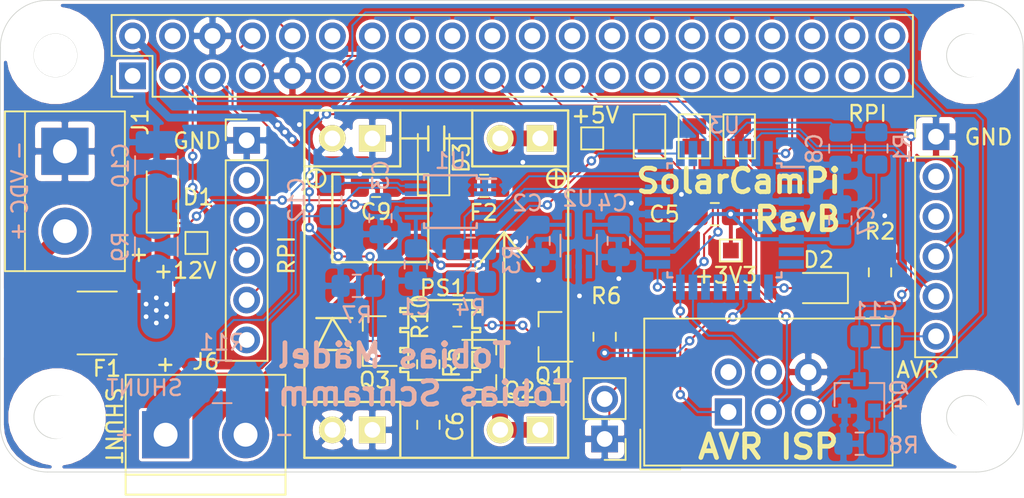
<source format=kicad_pcb>
(kicad_pcb (version 20171130) (host pcbnew 5.1.2)
  (title_block (title "Solar Camera Pi") (date 2018-12-28) (rev B) (company "Tobias Mädel (@manawyrm)") (comment 1 https://tbspace.de))
  (layers (0 F.Cu signal) (31 B.Cu signal) (34 B.Paste user hide) (35 F.Paste user hide) (36 B.SilkS user) (37 F.SilkS user) (38 B.Mask user) (39 F.Mask user) (44 Edge.Cuts user))
  (net 0 "")
  (net 1 GND)
  (net 2 +12V)
  (net 3 +3V3)
  (net 4 /INA_3V3)
  (net 5 /~RST)
  (net 6 "Net-(F1-Pad2)")
  (net 7 /TX)
  (net 8 /RX)
  (net 9 /RPI_SHDN)
  (net 10 /RPI_SCL)
  (net 11 /RPI_SDA)
  (net 12 /MOSI)
  (net 13 /SCK)
  (net 14 "Net-(J3-Pad2)")
  (net 15 /MISO)
  (net 16 /AVR_SCL)
  (net 17 /AVR_SDA)
  (net 18 "Net-(U1-Pad3)")
  (net 19 "Net-(U3-Pad1)")
  (net 20 "Net-(U2-Pad1)")
  (net 21 /RPI_5V)
  (net 22 /+12V_SWITCHED)
  (net 23 /AVR_PWR_EN)
  (net 24 "Net-(C9-Pad1)")
  (net 25 "Net-(D2-Pad2)")
  (net 26 "Net-(D2-Pad1)")
  (net 27 "Net-(J2-Pad2)")
  (net 28 /RXD)
  (net 29 /TXD)
  (net 30 "Net-(J3-Pad3)")
  (net 31 "Net-(J4-Pad40)")
  (net 32 "Net-(J4-Pad39)")
  (net 33 "Net-(J4-Pad38)")
  (net 34 "Net-(J4-Pad37)")
  (net 35 "Net-(J4-Pad36)")
  (net 36 "Net-(J4-Pad35)")
  (net 37 "Net-(J4-Pad34)")
  (net 38 "Net-(J4-Pad33)")
  (net 39 "Net-(J4-Pad32)")
  (net 40 "Net-(J4-Pad31)")
  (net 41 "Net-(J4-Pad30)")
  (net 42 "Net-(J4-Pad29)")
  (net 43 "Net-(J4-Pad28)")
  (net 44 "Net-(J4-Pad27)")
  (net 45 "Net-(J4-Pad26)")
  (net 46 "Net-(J4-Pad25)")
  (net 47 "Net-(J4-Pad24)")
  (net 48 "Net-(J4-Pad23)")
  (net 49 "Net-(J4-Pad22)")
  (net 50 "Net-(J4-Pad21)")
  (net 51 "Net-(J4-Pad20)")
  (net 52 "Net-(J4-Pad19)")
  (net 53 "Net-(J4-Pad18)")
  (net 54 "Net-(J4-Pad17)")
  (net 55 "Net-(J4-Pad16)")
  (net 56 "Net-(J4-Pad15)")
  (net 57 "Net-(J4-Pad14)")
  (net 58 /PWR_OVR)
  (net 59 "Net-(J4-Pad12)")
  (net 60 /RST)
  (net 61 "Net-(J4-Pad4)")
  (net 62 "Net-(J4-Pad1)")
  (net 63 "Net-(J5-Pad6)")
  (net 64 "Net-(J5-Pad3)")
  (net 65 "Net-(J5-Pad2)")
  (net 66 "Net-(JP2-Pad2)")
  (net 67 "Net-(U2-Pad3)")
  (net 68 "Net-(U3-Pad2)")
  (net 69 "Net-(U3-Pad7)")
  (net 70 "Net-(U3-Pad8)")
  (net 71 "Net-(U3-Pad10)")
  (net 72 "Net-(U3-Pad12)")
  (net 73 "Net-(U3-Pad13)")
  (net 74 "Net-(U3-Pad14)")
  (net 75 "Net-(U3-Pad19)")
  (net 76 "Net-(U3-Pad20)")
  (net 77 "Net-(U3-Pad22)")
  (net 78 "Net-(U3-Pad26)")
  (net 79 "Net-(C10-Pad2)")
  (net 80 "Net-(Q2-Pad1)")
  (net 81 "Net-(C11-Pad1)")
  (net 82 /SHUNT-)
  (net 83 /SHUNT+)
  (module Jumper:SolderJumper-2_P1.3mm_Bridged_Pad1.0x1.5mm (layer F.Cu) (at 96.95 57.65 90)
    (fp_text reference JP5 hide)
    (fp_text value Jumper_NO_Small)
    (fp_poly (pts (xy -0.25 -0.3) (xy 0.25 -0.3) (xy 0.25 0.3) (xy -0.25 0.3)) (layer F.Cu) (width 0))
    (pad 2 smd rect (at 0.65 0 90) (size 1 1.5) (layers F.Cu F.Mask) (net 48 "Net-(J4-Pad23)"))
    (pad 1 smd rect (at -0.65 0 90) (size 1 1.5) (layers F.Cu F.Mask) (net 13 /SCK))
  )
  (module Jumper:SolderJumper-2_P1.3mm_Bridged_Pad1.0x1.5mm (layer F.Cu) (at 94.1 57.65 90)
    (fp_text reference JP4 hide)
    (fp_text value Jumper_NO_Small)
    (fp_poly (pts (xy -0.25 -0.3) (xy 0.25 -0.3) (xy 0.25 0.3) (xy -0.25 0.3)) (layer F.Cu) (width 0))
    (pad 2 smd rect (at 0.65 0 90) (size 1 1.5) (layers F.Cu F.Mask) (net 50 "Net-(J4-Pad21)"))
    (pad 1 smd rect (at -0.65 0 90) (size 1 1.5) (layers F.Cu F.Mask) (net 15 /MISO))
  )
  (module Jumper:SolderJumper-2_P1.3mm_Bridged_Pad1.0x1.5mm (layer F.Cu) (at 91.25 57.65 90)
    (fp_text reference JP3 hide)
    (fp_text value Jumper_NO_Small)
    (fp_poly (pts (xy -0.25 -0.3) (xy 0.25 -0.3) (xy 0.25 0.3) (xy -0.25 0.3)) (layer F.Cu) (width 0))
    (pad 2 smd rect (at 0.65 0 90) (size 1 1.5) (layers F.Cu F.Mask) (net 52 "Net-(J4-Pad19)"))
    (pad 1 smd rect (at -0.65 0 90) (size 1 1.5) (layers F.Cu F.Mask) (net 12 /MOSI))
  )
  (module solarcampi:TerminalBlock_bornier-2_P5.08mm (layer F.Cu) (at 60.5 76.63)
    (fp_text reference J6 (at 2.55 -4.65) (layer F.SilkS))
    (fp_text value Shunt)
    (pad 2 thru_hole circle (at 5.08 0) (size 3 3) (drill 1.52) (layers *.Cu *.Mask) (net 82 /SHUNT-))
    (pad 1 thru_hole rect (at 0 0) (size 3 3) (drill 1.52) (layers *.Cu *.Mask) (net 83 /SHUNT+))
  )
  (module Resistor_SMD:R_1210_3225Metric_Pad1.42x2.65mm_HandSolder (layer B.Cu) (at 64.09 73.26)
    (fp_text reference R11 (at -0.01 -2.5) (layer B.SilkS) (effects (justify mirror)))
    (fp_text value R)
    (pad 2 smd roundrect (at 1.4875 0) (size 1.425 2.65) (layers B.Cu B.Paste B.Mask) (roundrect_rratio 0.175439) (net 82 /SHUNT-))
    (pad 1 smd roundrect (at -1.4875 0) (size 1.425 2.65) (layers B.Cu B.Paste B.Mask) (roundrect_rratio 0.175439) (net 83 /SHUNT+))
  )
  (module Capacitor_SMD:C_0805_2012Metric_Pad1.15x1.40mm_HandSolder (layer B.Cu) (at 70.97 61.7 270)
    (fp_text reference C12 (at -0.01 2.14 90) (layer B.SilkS) (effects (justify mirror)))
    (fp_text value C)
    (pad 2 smd roundrect (at 1.025 0 270) (size 1.15 1.4) (layers B.Cu B.Paste B.Mask) (roundrect_rratio 0.217391) (net 82 /SHUNT-))
    (pad 1 smd roundrect (at -1.025 0 270) (size 1.15 1.4) (layers B.Cu B.Paste B.Mask) (roundrect_rratio 0.217391) (net 83 /SHUNT+))
  )
  (module Capacitor_SMD:C_0805_2012Metric_Pad1.15x1.40mm_HandSolder (layer B.Cu) (at 105.61 70.37 180)
    (fp_text reference C11 (at 0 1.65) (layer B.SilkS) (effects (justify mirror)))
    (fp_text value 100n)
    (pad 2 smd roundrect (at 1.025 0 180) (size 1.15 1.4) (layers B.Cu B.Paste B.Mask) (roundrect_rratio 0.217391) (net 5 /~RST))
    (pad 1 smd roundrect (at -1.025 0 180) (size 1.15 1.4) (layers B.Cu B.Paste B.Mask) (roundrect_rratio 0.217391) (net 81 "Net-(C11-Pad1)"))
  )
  (module Resistor_SMD:R_0805_2012Metric_Pad1.15x1.40mm_HandSolder (layer F.Cu) (at 79.04 69.04)
    (fp_text reference R10 (at -2.37 0.09 90) (layer F.SilkS))
    (fp_text value 1k)
    (pad 2 smd roundrect (at 1.025 0) (size 1.15 1.4) (layers F.Cu F.Paste F.Mask) (roundrect_rratio 0.217391) (net 66 "Net-(JP2-Pad2)"))
    (pad 1 smd roundrect (at -1.025 0) (size 1.15 1.4) (layers F.Cu F.Paste F.Mask) (roundrect_rratio 0.217391) (net 80 "Net-(Q2-Pad1)"))
  )
  (module Resistor_SMD:R_1210_3225Metric_Pad1.42x2.65mm_HandSolder (layer B.Cu) (at 59.91 64.67 270)
    (fp_text reference R9 (at 0 2.28 90) (layer B.SilkS) (effects (justify mirror)))
    (fp_text value 0.5R)
    (pad 2 smd roundrect (at 1.4875 0 270) (size 1.425 2.65) (layers B.Cu B.Paste B.Mask) (roundrect_rratio 0.175439) (net 2 +12V))
    (pad 1 smd roundrect (at -1.4875 0 270) (size 1.425 2.65) (layers B.Cu B.Paste B.Mask) (roundrect_rratio 0.175439) (net 79 "Net-(C10-Pad2)"))
  )
  (module Package_TO_SOT_SMD:SOT-23 (layer B.Cu) (at 104.59 74.1 90)
    (fp_text reference Q4 (at 0 2.5 90) (layer B.SilkS) (effects (justify mirror)))
    (fp_text value Q_NMOS_GSD)
    (pad 3 smd rect (at 1 0 90) (size 0.9 0.8) (layers B.Cu B.Paste B.Mask) (net 5 /~RST))
    (pad 2 smd rect (at -1 -0.95 90) (size 0.9 0.8) (layers B.Cu B.Paste B.Mask) (net 1 GND))
    (pad 1 smd rect (at -1 0.95 90) (size 0.9 0.8) (layers B.Cu B.Paste B.Mask) (net 60 /RST))
  )
  (module Package_TO_SOT_SMD:SOT-23 (layer F.Cu) (at 73.79 70.67 180)
    (fp_text reference Q3 (at 0 -2.5) (layer F.SilkS))
    (fp_text value Q_NMOS_GSD)
    (pad 3 smd rect (at 1 0 180) (size 0.9 0.8) (layers F.Cu F.Paste F.Mask) (net 66 "Net-(JP2-Pad2)"))
    (pad 2 smd rect (at -1 0.95 180) (size 0.9 0.8) (layers F.Cu F.Paste F.Mask) (net 1 GND))
    (pad 1 smd rect (at -1 -0.95 180) (size 0.9 0.8) (layers F.Cu F.Paste F.Mask) (net 58 /PWR_OVR))
  )
  (module Package_TO_SOT_SMD:SOT-23 (layer F.Cu) (at 84.96 70.4 180)
    (fp_text reference Q1 (at 0 -2.5) (layer F.SilkS))
    (fp_text value Q_NMOS_GSD)
    (pad 3 smd rect (at 1 0 180) (size 0.9 0.8) (layers F.Cu F.Paste F.Mask) (net 66 "Net-(JP2-Pad2)"))
    (pad 2 smd rect (at -1 0.95 180) (size 0.9 0.8) (layers F.Cu F.Paste F.Mask) (net 1 GND))
    (pad 1 smd rect (at -1 -0.95 180) (size 0.9 0.8) (layers F.Cu F.Paste F.Mask) (net 23 /AVR_PWR_EN))
  )
  (module Capacitor_SMD:C_1210_3225Metric_Pad1.42x2.65mm_HandSolder (layer B.Cu) (at 59.92 59.51 270)
    (fp_text reference C10 (at 0 2.28 90) (layer B.SilkS) (effects (justify mirror)))
    (fp_text value 100u)
    (pad 2 smd roundrect (at 1.4875 0 270) (size 1.425 2.65) (layers B.Cu B.Paste B.Mask) (roundrect_rratio 0.175439) (net 79 "Net-(C10-Pad2)"))
    (pad 1 smd roundrect (at -1.4875 0 270) (size 1.425 2.65) (layers B.Cu B.Paste B.Mask) (roundrect_rratio 0.175439) (net 1 GND))
  )
  (module solarcampi:MP1584_buck_module (layer F.Cu) (at 77.7 67.05 90)
    (fp_text reference PS1 (at -0.25 0.4 180) (layer F.SilkS))
    (fp_text value MP1584EN)
    (pad 2 thru_hole circle (at -9.271 -6.604 90) (size 1.7 1.7) (drill 1) (layers *.Cu *.Mask F.SilkS) (net 1 GND))
    (pad 1 thru_hole rect (at -9.271 6.604 90) (size 1.7 1.7) (drill 1) (layers *.Cu *.Mask F.SilkS) (net 22 /+12V_SWITCHED))
    (pad 3 thru_hole circle (at 9.271 -6.604 90) (size 1.7 1.7) (drill 1) (layers *.Cu *.Mask F.SilkS) (net 1 GND))
    (pad 4 thru_hole rect (at 9.271 6.604 90) (size 1.7 1.7) (drill 1) (layers *.Cu *.Mask F.SilkS) (net 21 /RPI_5V))
    (pad 3 thru_hole rect (at 9.271 -4.064 90) (size 1.7 1.7) (drill 1) (layers *.Cu *.Mask F.SilkS) (net 1 GND))
    (pad 2 thru_hole rect (at -9.271 -4.064 90) (size 1.7 1.7) (drill 1) (layers *.Cu *.Mask F.SilkS) (net 1 GND))
    (pad 1 thru_hole circle (at -9.271 4.064 90) (size 1.7 1.7) (drill 1) (layers *.Cu *.Mask F.SilkS) (net 22 /+12V_SWITCHED))
    (pad 4 thru_hole circle (at 9.271 4.064 90) (size 1.7 1.7) (drill 1) (layers *.Cu *.Mask F.SilkS) (net 21 /RPI_5V))
  )
  (module solarcampi:TerminalBlock_bornier-2_P5.08mm (layer F.Cu) (at 54.102 58.602 270)
    (fp_text reference J1 (at -1.862 -4.788 90) (layer F.SilkS))
    (fp_text value "Vin 12V")
    (pad 2 thru_hole circle (at 5.08 0 270) (size 3 3) (drill 1.52) (layers *.Cu *.Mask) (net 6 "Net-(F1-Pad2)"))
    (pad 1 thru_hole rect (at 0 0 270) (size 3 3) (drill 1.52) (layers *.Cu *.Mask) (net 1 GND))
  )
  (module Connector_PinHeader_2.54mm:PinHeader_1x02_P2.54mm_Vertical (layer F.Cu) (at 88.4 76.9 180)
    (fp_text reference JP2 hide)
    (fp_text value Jumper_NO_Small)
    (pad 2 thru_hole oval (at 0 2.54 180) (size 1.7 1.7) (drill 1) (layers *.Cu *.Mask) (net 66 "Net-(JP2-Pad2)"))
    (pad 1 thru_hole rect (at 0 0 180) (size 1.7 1.7) (drill 1) (layers *.Cu *.Mask) (net 1 GND))
  )
  (module Capacitor_SMD:C_0805_2012Metric_Pad1.15x1.40mm_HandSolder (layer F.Cu) (at 77.2 76 90)
    (fp_text reference C6 (at -0.1 1.7 90) (layer F.SilkS))
    (fp_text value C)
    (pad 2 smd roundrect (at 1.025 0 90) (size 1.15 1.4) (layers F.Cu F.Paste F.Mask) (roundrect_rratio 0.217391) (net 2 +12V))
    (pad 1 smd roundrect (at -1.025 0 90) (size 1.15 1.4) (layers F.Cu F.Paste F.Mask) (roundrect_rratio 0.217391) (net 1 GND))
  )
  (module Resistor_SMD:R_0805_2012Metric_Pad1.15x1.40mm_HandSolder (layer F.Cu) (at 88.4 70.4 270)
    (fp_text reference R6 (at -2.6 -0.1) (layer F.SilkS))
    (fp_text value 1M)
    (pad 2 smd roundrect (at 1.025 0 270) (size 1.15 1.4) (layers F.Cu F.Paste F.Mask) (roundrect_rratio 0.217391) (net 23 /AVR_PWR_EN))
    (pad 1 smd roundrect (at -1.025 0 270) (size 1.15 1.4) (layers F.Cu F.Paste F.Mask) (roundrect_rratio 0.217391) (net 1 GND))
  )
  (module Package_TO_SOT_SMD:SOT-353_SC-70-5_Handsoldering (layer B.Cu) (at 86.75 64.6 90)
    (fp_text reference U2 (at 3 -0.05) (layer B.SilkS) (effects (justify mirror)))
    (fp_text value TPS71533__SC70)
    (pad 5 smd rect (at 1.33 0.65 90) (size 1.5 0.4) (layers B.Cu B.Paste B.Mask) (net 3 +3V3))
    (pad 4 smd rect (at 1.33 -0.65 90) (size 1.5 0.4) (layers B.Cu B.Paste B.Mask) (net 2 +12V))
    (pad 3 smd rect (at -1.33 -0.65 90) (size 1.5 0.4) (layers B.Cu B.Paste B.Mask) (net 67 "Net-(U2-Pad3)"))
    (pad 2 smd rect (at -1.33 0 90) (size 1.5 0.4) (layers B.Cu B.Paste B.Mask) (net 1 GND))
    (pad 1 smd rect (at -1.33 0.65 90) (size 1.5 0.4) (layers B.Cu B.Paste B.Mask) (net 20 "Net-(U2-Pad1)"))
  )
  (module Resistor_SMD:R_0805_2012Metric_Pad1.15x1.40mm_HandSolder (layer B.Cu) (at 72.646 67.159 180)
    (fp_text reference R7 (at -0.004 -1.851) (layer B.SilkS) (effects (justify mirror)))
    (fp_text value 1M)
    (pad 2 smd roundrect (at 1.025 0 180) (size 1.15 1.4) (layers B.Cu B.Paste B.Mask) (roundrect_rratio 0.217391) (net 1 GND))
    (pad 1 smd roundrect (at -1.025 0 180) (size 1.15 1.4) (layers B.Cu B.Paste B.Mask) (roundrect_rratio 0.217391) (net 58 /PWR_OVR))
  )
  (module Diode_SMD:D_SOD-123 (layer F.Cu) (at 60.3 61.52 90)
    (fp_text reference D1 (at 0 2.26 180) (layer F.SilkS))
    (fp_text value D)
    (pad 2 smd rect (at 1.65 0 90) (size 0.9 1.2) (layers F.Cu F.Paste F.Mask) (net 1 GND))
    (pad 1 smd rect (at -1.65 0 90) (size 0.9 1.2) (layers F.Cu F.Paste F.Mask) (net 2 +12V))
  )
  (module Fuse:Fuse_0805_2012Metric_Pad1.15x1.40mm_HandSolder (layer F.Cu) (at 80.74 60.8)
    (fp_text reference F2 (at -0.04 1.7) (layer F.SilkS))
    (fp_text value Fuse)
    (pad 2 smd roundrect (at 1.025 0) (size 1.15 1.4) (layers F.Cu F.Paste F.Mask) (roundrect_rratio 0.217391) (net 21 /RPI_5V))
    (pad 1 smd roundrect (at -1.025 0) (size 1.15 1.4) (layers F.Cu F.Paste F.Mask) (roundrect_rratio 0.217391) (net 24 "Net-(C9-Pad1)"))
  )
  (module Resistor_SMD:R_0805_2012Metric_Pad1.15x1.40mm_HandSolder (layer B.Cu) (at 104.6 77.2 180)
    (fp_text reference R8 (at -2.8 -0.1) (layer B.SilkS) (effects (justify mirror)))
    (fp_text value 1M)
    (pad 2 smd roundrect (at 1.025 0 180) (size 1.15 1.4) (layers B.Cu B.Paste B.Mask) (roundrect_rratio 0.217391) (net 1 GND))
    (pad 1 smd roundrect (at -1.025 0 180) (size 1.15 1.4) (layers B.Cu B.Paste B.Mask) (roundrect_rratio 0.217391) (net 60 /RST))
  )
  (module Connector_PinHeader_2.54mm:PinHeader_1x06_P2.54mm_Vertical (layer F.Cu) (at 109.46 57.67)
    (fp_text reference J3 hide)
    (fp_text value FTDI_AVR)
    (pad 6 thru_hole oval (at 0 12.7) (size 1.7 1.7) (drill 1) (layers *.Cu *.Mask) (net 81 "Net-(C11-Pad1)"))
    (pad 5 thru_hole oval (at 0 10.16) (size 1.7 1.7) (drill 1) (layers *.Cu *.Mask) (net 29 /TXD))
    (pad 4 thru_hole oval (at 0 7.62) (size 1.7 1.7) (drill 1) (layers *.Cu *.Mask) (net 28 /RXD))
    (pad 3 thru_hole oval (at 0 5.08) (size 1.7 1.7) (drill 1) (layers *.Cu *.Mask) (net 30 "Net-(J3-Pad3)"))
    (pad 2 thru_hole oval (at 0 2.54) (size 1.7 1.7) (drill 1) (layers *.Cu *.Mask) (net 14 "Net-(J3-Pad2)"))
    (pad 1 thru_hole rect (at 0 0) (size 1.7 1.7) (drill 1) (layers *.Cu *.Mask) (net 1 GND))
  )
  (module TestPoint:TestPoint_Pad_1.0x1.0mm (layer F.Cu) (at 62.46 64.43)
    (fp_text reference TP1 hide)
    (fp_text value 12V)
    (pad 1 smd rect (at 0 0) (size 1 1) (layers F.Cu F.Mask) (net 2 +12V))
  )
  (module Resistor_SMD:R_0805_2012Metric_Pad1.15x1.40mm_HandSolder (layer F.Cu) (at 105.9 66.3 90)
    (fp_text reference R2 (at 2.6 0 180) (layer F.SilkS))
    (fp_text value R)
    (pad 2 smd roundrect (at 1.025 0 90) (size 1.15 1.4) (layers F.Cu F.Paste F.Mask) (roundrect_rratio 0.217391) (net 1 GND))
    (pad 1 smd roundrect (at -1.025 0 90) (size 1.15 1.4) (layers F.Cu F.Paste F.Mask) (roundrect_rratio 0.217391) (net 26 "Net-(D2-Pad1)"))
  )
  (module TestPoint:TestPoint_Pad_1.0x1.0mm (layer F.Cu) (at 96.42 64.91)
    (fp_text reference TP2 hide)
    (fp_text value 3V3)
    (pad 1 smd rect (at 0 0) (size 1 1) (layers F.Cu F.Mask) (net 3 +3V3))
  )
  (module TestPoint:TestPoint_Pad_1.0x1.0mm (layer F.Cu) (at 87.61 57.78)
    (fp_text reference TP3 hide)
    (fp_text value 5V)
    (pad 1 smd rect (at 0 0) (size 1 1) (layers F.Cu F.Mask) (net 21 /RPI_5V))
  )
  (module Resistor_SMD:R_0805_2012Metric_Pad1.15x1.40mm_HandSolder (layer B.Cu) (at 79.9 66.9)
    (fp_text reference R4 (at 0 1.65) (layer B.SilkS) (effects (justify mirror)))
    (fp_text value 4k7)
    (pad 2 smd roundrect (at 1.025 0) (size 1.15 1.4) (layers B.Cu B.Paste B.Mask) (roundrect_rratio 0.217391) (net 4 /INA_3V3))
    (pad 1 smd roundrect (at -1.025 0) (size 1.15 1.4) (layers B.Cu B.Paste B.Mask) (roundrect_rratio 0.217391) (net 16 /AVR_SCL))
  )
  (module LED_SMD:LED_0805_2012Metric_Pad1.15x1.40mm_HandSolder (layer F.Cu) (at 102 67.3 180)
    (fp_text reference D2 (at 0 1.8) (layer F.SilkS))
    (fp_text value LED)
    (pad 2 smd roundrect (at 1.025 0 180) (size 1.15 1.4) (layers F.Cu F.Paste F.Mask) (roundrect_rratio 0.217391) (net 25 "Net-(D2-Pad2)"))
    (pad 1 smd roundrect (at -1.025 0 180) (size 1.15 1.4) (layers F.Cu F.Paste F.Mask) (roundrect_rratio 0.217391) (net 26 "Net-(D2-Pad1)"))
  )
  (module Diode_SMD:D_SOD-123 (layer F.Cu) (at 77.53 59.15 90)
    (fp_text reference D3 (at 0.14 1.77 270) (layer F.SilkS))
    (fp_text value D_Zener)
    (pad 2 smd rect (at 1.65 0 90) (size 0.9 1.2) (layers F.Cu F.Paste F.Mask) (net 1 GND))
    (pad 1 smd rect (at -1.65 0 90) (size 0.9 1.2) (layers F.Cu F.Paste F.Mask) (net 24 "Net-(C9-Pad1)"))
  )
  (module Capacitor_SMD:C_0805_2012Metric_Pad1.15x1.40mm_HandSolder (layer B.Cu) (at 84.2 64.3 270)
    (fp_text reference C2 (at -2.4 0.7 180) (layer B.SilkS) (effects (justify mirror)))
    (fp_text value 100n)
    (pad 2 smd roundrect (at 1.025 0 270) (size 1.15 1.4) (layers B.Cu B.Paste B.Mask) (roundrect_rratio 0.217391) (net 1 GND))
    (pad 1 smd roundrect (at -1.025 0 270) (size 1.15 1.4) (layers B.Cu B.Paste B.Mask) (roundrect_rratio 0.217391) (net 2 +12V))
  )
  (module Capacitor_SMD:C_0805_2012Metric_Pad1.15x1.40mm_HandSolder (layer B.Cu) (at 89.3 64.3 270)
    (fp_text reference C4 (at -2.4 0.4 180) (layer B.SilkS) (effects (justify mirror)))
    (fp_text value 1µF)
    (pad 2 smd roundrect (at 1.025 0 270) (size 1.15 1.4) (layers B.Cu B.Paste B.Mask) (roundrect_rratio 0.217391) (net 1 GND))
    (pad 1 smd roundrect (at -1.025 0 270) (size 1.15 1.4) (layers B.Cu B.Paste B.Mask) (roundrect_rratio 0.217391) (net 3 +3V3))
  )
  (module solarcampi:Fuse_SMD_HASF (layer F.Cu) (at 56.15 69.52 180)
    (fp_text reference F1 (at -0.62 -2.9 180) (layer F.SilkS))
    (fp_text value 1A)
    (pad 1 smd rect (at -3.685 0 180) (size 4.24 3.81) (layers F.Cu F.Paste F.Mask) (net 2 +12V))
    (pad 2 smd rect (at 3.685 0 180) (size 4.24 3.81) (layers F.Cu F.Paste F.Mask) (net 6 "Net-(F1-Pad2)"))
  )
  (module Package_QFP:TQFP-32_7x7mm_P0.8mm (layer B.Cu) (at 96.012 62.992 180)
    (fp_text reference U3 (at 0 6.05) (layer B.SilkS) (effects (justify mirror)))
    (fp_text value ATmega328P-AU)
    (pad 32 smd rect (at -2.8 4.25 90) (size 1.6 0.55) (layers B.Cu B.Paste B.Mask) (net 9 /RPI_SHDN))
    (pad 31 smd rect (at -2 4.25 90) (size 1.6 0.55) (layers B.Cu B.Paste B.Mask) (net 29 /TXD))
    (pad 30 smd rect (at -1.2 4.25 90) (size 1.6 0.55) (layers B.Cu B.Paste B.Mask) (net 28 /RXD))
    (pad 29 smd rect (at -0.4 4.25 90) (size 1.6 0.55) (layers B.Cu B.Paste B.Mask) (net 5 /~RST))
    (pad 28 smd rect (at 0.4 4.25 90) (size 1.6 0.55) (layers B.Cu B.Paste B.Mask) (net 10 /RPI_SCL))
    (pad 27 smd rect (at 1.2 4.25 90) (size 1.6 0.55) (layers B.Cu B.Paste B.Mask) (net 11 /RPI_SDA))
    (pad 26 smd rect (at 2 4.25 90) (size 1.6 0.55) (layers B.Cu B.Paste B.Mask) (net 78 "Net-(U3-Pad26)"))
    (pad 25 smd rect (at 2.8 4.25 90) (size 1.6 0.55) (layers B.Cu B.Paste B.Mask) (net 4 /INA_3V3))
    (pad 24 smd rect (at 4.25 2.8 180) (size 1.6 0.55) (layers B.Cu B.Paste B.Mask) (net 17 /AVR_SDA))
    (pad 23 smd rect (at 4.25 2 180) (size 1.6 0.55) (layers B.Cu B.Paste B.Mask) (net 16 /AVR_SCL))
    (pad 22 smd rect (at 4.25 1.2 180) (size 1.6 0.55) (layers B.Cu B.Paste B.Mask) (net 77 "Net-(U3-Pad22)"))
    (pad 21 smd rect (at 4.25 0.4 180) (size 1.6 0.55) (layers B.Cu B.Paste B.Mask) (net 1 GND))
    (pad 20 smd rect (at 4.25 -0.4 180) (size 1.6 0.55) (layers B.Cu B.Paste B.Mask) (net 76 "Net-(U3-Pad20)"))
    (pad 19 smd rect (at 4.25 -1.2 180) (size 1.6 0.55) (layers B.Cu B.Paste B.Mask) (net 75 "Net-(U3-Pad19)"))
    (pad 18 smd rect (at 4.25 -2 180) (size 1.6 0.55) (layers B.Cu B.Paste B.Mask) (net 3 +3V3))
    (pad 17 smd rect (at 4.25 -2.8 180) (size 1.6 0.55) (layers B.Cu B.Paste B.Mask) (net 13 /SCK))
    (pad 16 smd rect (at 2.8 -4.25 90) (size 1.6 0.55) (layers B.Cu B.Paste B.Mask) (net 15 /MISO))
    (pad 15 smd rect (at 2 -4.25 90) (size 1.6 0.55) (layers B.Cu B.Paste B.Mask) (net 12 /MOSI))
    (pad 14 smd rect (at 1.2 -4.25 90) (size 1.6 0.55) (layers B.Cu B.Paste B.Mask) (net 74 "Net-(U3-Pad14)"))
    (pad 13 smd rect (at 0.4 -4.25 90) (size 1.6 0.55) (layers B.Cu B.Paste B.Mask) (net 73 "Net-(U3-Pad13)"))
    (pad 12 smd rect (at -0.4 -4.25 90) (size 1.6 0.55) (layers B.Cu B.Paste B.Mask) (net 72 "Net-(U3-Pad12)"))
    (pad 11 smd rect (at -1.2 -4.25 90) (size 1.6 0.55) (layers B.Cu B.Paste B.Mask) (net 23 /AVR_PWR_EN))
    (pad 10 smd rect (at -2 -4.25 90) (size 1.6 0.55) (layers B.Cu B.Paste B.Mask) (net 71 "Net-(U3-Pad10)"))
    (pad 9 smd rect (at -2.8 -4.25 90) (size 1.6 0.55) (layers B.Cu B.Paste B.Mask) (net 25 "Net-(D2-Pad2)"))
    (pad 8 smd rect (at -4.25 -2.8 180) (size 1.6 0.55) (layers B.Cu B.Paste B.Mask) (net 70 "Net-(U3-Pad8)"))
    (pad 7 smd rect (at -4.25 -2 180) (size 1.6 0.55) (layers B.Cu B.Paste B.Mask) (net 69 "Net-(U3-Pad7)"))
    (pad 6 smd rect (at -4.25 -1.2 180) (size 1.6 0.55) (layers B.Cu B.Paste B.Mask) (net 3 +3V3))
    (pad 5 smd rect (at -4.25 -0.4 180) (size 1.6 0.55) (layers B.Cu B.Paste B.Mask) (net 1 GND))
    (pad 4 smd rect (at -4.25 0.4 180) (size 1.6 0.55) (layers B.Cu B.Paste B.Mask) (net 3 +3V3))
    (pad 3 smd rect (at -4.25 1.2 180) (size 1.6 0.55) (layers B.Cu B.Paste B.Mask) (net 1 GND))
    (pad 2 smd rect (at -4.25 2 180) (size 1.6 0.55) (layers B.Cu B.Paste B.Mask) (net 68 "Net-(U3-Pad2)"))
    (pad 1 smd rect (at -4.25 2.8 180) (size 1.6 0.55) (layers B.Cu B.Paste B.Mask) (net 19 "Net-(U3-Pad1)"))
  )
  (module Package_SO:MSOP-10_3x3mm_P0.5mm (layer B.Cu) (at 78.6 61.8 180)
    (fp_text reference U1 (at 0 2.6) (layer B.SilkS) (effects (justify mirror)))
    (fp_text value INA226)
    (pad 10 smd rect (at 2.2 1 180) (size 1.4 0.3) (layers B.Cu B.Paste B.Mask) (net 83 /SHUNT+))
    (pad 9 smd rect (at 2.2 0.5 180) (size 1.4 0.3) (layers B.Cu B.Paste B.Mask) (net 82 /SHUNT-))
    (pad 8 smd rect (at 2.2 0 180) (size 1.4 0.3) (layers B.Cu B.Paste B.Mask) (net 2 +12V))
    (pad 7 smd rect (at 2.2 -0.5 180) (size 1.4 0.3) (layers B.Cu B.Paste B.Mask) (net 1 GND))
    (pad 6 smd rect (at 2.2 -1 180) (size 1.4 0.3) (layers B.Cu B.Paste B.Mask) (net 4 /INA_3V3))
    (pad 5 smd rect (at -2.2 -1 180) (size 1.4 0.3) (layers B.Cu B.Paste B.Mask) (net 16 /AVR_SCL))
    (pad 4 smd rect (at -2.2 -0.5 180) (size 1.4 0.3) (layers B.Cu B.Paste B.Mask) (net 17 /AVR_SDA))
    (pad 3 smd rect (at -2.2 0 180) (size 1.4 0.3) (layers B.Cu B.Paste B.Mask) (net 18 "Net-(U1-Pad3)"))
    (pad 2 smd rect (at -2.2 0.5 180) (size 1.4 0.3) (layers B.Cu B.Paste B.Mask) (net 1 GND))
    (pad 1 smd rect (at -2.2 1 180) (size 1.4 0.3) (layers B.Cu B.Paste B.Mask) (net 1 GND))
  )
  (module Resistor_SMD:R_0805_2012Metric_Pad1.15x1.40mm_HandSolder (layer B.Cu) (at 79.9 64.8)
    (fp_text reference R3 (at 2.6 0.7 90) (layer B.SilkS) (effects (justify mirror)))
    (fp_text value 4k7)
    (pad 2 smd roundrect (at 1.025 0) (size 1.15 1.4) (layers B.Cu B.Paste B.Mask) (roundrect_rratio 0.217391) (net 4 /INA_3V3))
    (pad 1 smd roundrect (at -1.025 0) (size 1.15 1.4) (layers B.Cu B.Paste B.Mask) (roundrect_rratio 0.217391) (net 17 /AVR_SDA))
  )
  (module Resistor_SMD:R_0805_2012Metric_Pad1.15x1.40mm_HandSolder (layer B.Cu) (at 105.664 58.42 90)
    (fp_text reference R1 (at 0 1.65 270) (layer B.SilkS) (effects (justify mirror)))
    (fp_text value 10k)
    (pad 2 smd roundrect (at 1.025 0 90) (size 1.15 1.4) (layers B.Cu B.Paste B.Mask) (roundrect_rratio 0.217391) (net 5 /~RST))
    (pad 1 smd roundrect (at -1.025 0 90) (size 1.15 1.4) (layers B.Cu B.Paste B.Mask) (roundrect_rratio 0.217391) (net 3 +3V3))
  )
  (module Resistor_SMD:R_0805_2012Metric_Pad1.15x1.40mm_HandSolder (layer F.Cu) (at 77.194 72.15 90)
    (fp_text reference R5 (at 0.1 1.486 270) (layer F.SilkS))
    (fp_text value 1M)
    (pad 2 smd roundrect (at 1.025 0 90) (size 1.15 1.4) (layers F.Cu F.Paste F.Mask) (roundrect_rratio 0.217391) (net 66 "Net-(JP2-Pad2)"))
    (pad 1 smd roundrect (at -1.025 0 90) (size 1.15 1.4) (layers F.Cu F.Paste F.Mask) (roundrect_rratio 0.217391) (net 2 +12V))
  )
  (module Package_TO_SOT_SMD:SOT-23 (layer F.Cu) (at 80.75 72.178)
    (fp_text reference Q2 (at 2.25 1.622) (layer F.SilkS))
    (fp_text value "IRLML 2244")
    (pad 3 smd rect (at 1 0) (size 0.9 0.8) (layers F.Cu F.Paste F.Mask) (net 22 /+12V_SWITCHED))
    (pad 2 smd rect (at -1 0.95) (size 0.9 0.8) (layers F.Cu F.Paste F.Mask) (net 2 +12V))
    (pad 1 smd rect (at -1 -0.95) (size 0.9 0.8) (layers F.Cu F.Paste F.Mask) (net 80 "Net-(Q2-Pad1)"))
  )
  (module Connector_PinHeader_2.54mm:PinHeader_1x06_P2.54mm_Vertical (layer F.Cu) (at 65.65 57.9)
    (fp_text reference J5 hide)
    (fp_text value FTDI_RPI)
    (pad 6 thru_hole oval (at 0 12.7) (size 1.7 1.7) (drill 1) (layers *.Cu *.Mask) (net 63 "Net-(J5-Pad6)"))
    (pad 5 thru_hole oval (at 0 10.16) (size 1.7 1.7) (drill 1) (layers *.Cu *.Mask) (net 8 /RX))
    (pad 4 thru_hole oval (at 0 7.62) (size 1.7 1.7) (drill 1) (layers *.Cu *.Mask) (net 7 /TX))
    (pad 3 thru_hole oval (at 0 5.08) (size 1.7 1.7) (drill 1) (layers *.Cu *.Mask) (net 64 "Net-(J5-Pad3)"))
    (pad 2 thru_hole oval (at 0 2.54) (size 1.7 1.7) (drill 1) (layers *.Cu *.Mask) (net 65 "Net-(J5-Pad2)"))
    (pad 1 thru_hole rect (at 0 0) (size 1.7 1.7) (drill 1) (layers *.Cu *.Mask) (net 1 GND))
  )
  (module Connector_IDC:IDC-Header_2x03_P2.54mm_Vertical (layer F.Cu) (at 96.266 75.184 90)
    (fp_text reference J2 hide)
    (fp_text value AVR-ISP-6)
    (pad 6 thru_hole oval (at 2.54 5.08 90) (size 1.7272 1.7272) (drill 1.016) (layers *.Cu *.Mask) (net 1 GND))
    (pad 5 thru_hole oval (at 0 5.08 90) (size 1.7272 1.7272) (drill 1.016) (layers *.Cu *.Mask) (net 5 /~RST))
    (pad 4 thru_hole oval (at 2.54 2.54 90) (size 1.7272 1.7272) (drill 1.016) (layers *.Cu *.Mask) (net 12 /MOSI))
    (pad 3 thru_hole oval (at 0 2.54 90) (size 1.7272 1.7272) (drill 1.016) (layers *.Cu *.Mask) (net 13 /SCK))
    (pad 2 thru_hole oval (at 2.54 0 90) (size 1.7272 1.7272) (drill 1.016) (layers *.Cu *.Mask) (net 27 "Net-(J2-Pad2)"))
    (pad 1 thru_hole rect (at 0 0 90) (size 1.7272 1.7272) (drill 1.016) (layers *.Cu *.Mask) (net 15 /MISO))
  )
  (module Capacitor_SMD:C_0805_2012Metric_Pad1.15x1.40mm_HandSolder (layer F.Cu) (at 73.871 60.797 180)
    (fp_text reference C9 (at 0 -1.65) (layer F.SilkS))
    (fp_text value 10µ)
    (pad 2 smd roundrect (at 1.025 0 180) (size 1.15 1.4) (layers F.Cu F.Paste F.Mask) (roundrect_rratio 0.217391) (net 1 GND))
    (pad 1 smd roundrect (at -1.025 0 180) (size 1.15 1.4) (layers F.Cu F.Paste F.Mask) (roundrect_rratio 0.217391) (net 24 "Net-(C9-Pad1)"))
  )
  (module Capacitor_SMD:C_0805_2012Metric_Pad1.15x1.40mm_HandSolder (layer F.Cu) (at 95.4 62.6 180)
    (fp_text reference C5 (at 3.2 0) (layer F.SilkS))
    (fp_text value 10µ)
    (pad 2 smd roundrect (at 1.025 0 180) (size 1.15 1.4) (layers F.Cu F.Paste F.Mask) (roundrect_rratio 0.217391) (net 1 GND))
    (pad 1 smd roundrect (at -1.025 0 180) (size 1.15 1.4) (layers F.Cu F.Paste F.Mask) (roundrect_rratio 0.217391) (net 3 +3V3))
  )
  (module Capacitor_SMD:C_0805_2012Metric_Pad1.15x1.40mm_HandSolder (layer B.Cu) (at 103.378 58.429 270)
    (fp_text reference C8 (at 0 1.65 90) (layer B.SilkS) (effects (justify mirror)))
    (fp_text value 100n)
    (pad 2 smd roundrect (at 1.025 0 270) (size 1.15 1.4) (layers B.Cu B.Paste B.Mask) (roundrect_rratio 0.217391) (net 1 GND))
    (pad 1 smd roundrect (at -1.025 0 270) (size 1.15 1.4) (layers B.Cu B.Paste B.Mask) (roundrect_rratio 0.217391) (net 5 /~RST))
  )
  (module Capacitor_SMD:C_0805_2012Metric_Pad1.15x1.40mm_HandSolder (layer B.Cu) (at 76.4 65.8 270)
    (fp_text reference C1 (at 2.7 0) (layer B.SilkS) (effects (justify mirror)))
    (fp_text value 100n)
    (pad 2 smd roundrect (at 1.025 0 270) (size 1.15 1.4) (layers B.Cu B.Paste B.Mask) (roundrect_rratio 0.217391) (net 1 GND))
    (pad 1 smd roundrect (at -1.025 0 270) (size 1.15 1.4) (layers B.Cu B.Paste B.Mask) (roundrect_rratio 0.217391) (net 4 /INA_3V3))
  )
  (module Capacitor_SMD:C_0805_2012Metric_Pad1.15x1.40mm_HandSolder (layer B.Cu) (at 103.378 62.992 90)
    (fp_text reference C7 (at 0 1.65 -90) (layer B.SilkS) (effects (justify mirror)))
    (fp_text value 100n)
    (pad 2 smd roundrect (at 1.025 0 90) (size 1.15 1.4) (layers B.Cu B.Paste B.Mask) (roundrect_rratio 0.217391) (net 1 GND))
    (pad 1 smd roundrect (at -1.025 0 90) (size 1.15 1.4) (layers B.Cu B.Paste B.Mask) (roundrect_rratio 0.217391) (net 3 +3V3))
  )
  (module Capacitor_SMD:C_0805_2012Metric_Pad1.15x1.40mm_HandSolder (layer B.Cu) (at 74.15 62.85 270)
    (fp_text reference C3 (at -2.73 -0.02 270) (layer B.SilkS) (effects (justify mirror)))
    (fp_text value 100n)
    (pad 2 smd roundrect (at 1.025 0 270) (size 1.15 1.4) (layers B.Cu B.Paste B.Mask) (roundrect_rratio 0.217391) (net 1 GND))
    (pad 1 smd roundrect (at -1.025 0 270) (size 1.15 1.4) (layers B.Cu B.Paste B.Mask) (roundrect_rratio 0.217391) (net 2 +12V))
  )
  (module Connector_PinHeader_2.54mm:PinHeader_2x20_P2.54mm_Vertical (layer F.Cu) (at 58.4 53.8 90)
    (fp_text reference J4 hide)
    (fp_text value Conn_02x20_Odd_Even hide)
    (pad 40 thru_hole oval (at 2.54 48.26 90) (size 1.7 1.7) (drill 1) (layers *.Cu *.Mask) (net 31 "Net-(J4-Pad40)"))
    (pad 39 thru_hole oval (at 0 48.26 90) (size 1.7 1.7) (drill 1) (layers *.Cu *.Mask) (net 32 "Net-(J4-Pad39)"))
    (pad 38 thru_hole oval (at 2.54 45.72 90) (size 1.7 1.7) (drill 1) (layers *.Cu *.Mask) (net 33 "Net-(J4-Pad38)"))
    (pad 37 thru_hole oval (at 0 45.72 90) (size 1.7 1.7) (drill 1) (layers *.Cu *.Mask) (net 34 "Net-(J4-Pad37)"))
    (pad 36 thru_hole oval (at 2.54 43.18 90) (size 1.7 1.7) (drill 1) (layers *.Cu *.Mask) (net 35 "Net-(J4-Pad36)"))
    (pad 35 thru_hole oval (at 0 43.18 90) (size 1.7 1.7) (drill 1) (layers *.Cu *.Mask) (net 36 "Net-(J4-Pad35)"))
    (pad 34 thru_hole oval (at 2.54 40.64 90) (size 1.7 1.7) (drill 1) (layers *.Cu *.Mask) (net 37 "Net-(J4-Pad34)"))
    (pad 33 thru_hole oval (at 0 40.64 90) (size 1.7 1.7) (drill 1) (layers *.Cu *.Mask) (net 38 "Net-(J4-Pad33)"))
    (pad 32 thru_hole oval (at 2.54 38.1 90) (size 1.7 1.7) (drill 1) (layers *.Cu *.Mask) (net 39 "Net-(J4-Pad32)"))
    (pad 31 thru_hole oval (at 0 38.1 90) (size 1.7 1.7) (drill 1) (layers *.Cu *.Mask) (net 40 "Net-(J4-Pad31)"))
    (pad 30 thru_hole oval (at 2.54 35.56 90) (size 1.7 1.7) (drill 1) (layers *.Cu *.Mask) (net 41 "Net-(J4-Pad30)"))
    (pad 29 thru_hole oval (at 0 35.56 90) (size 1.7 1.7) (drill 1) (layers *.Cu *.Mask) (net 42 "Net-(J4-Pad29)"))
    (pad 28 thru_hole oval (at 2.54 33.02 90) (size 1.7 1.7) (drill 1) (layers *.Cu *.Mask) (net 43 "Net-(J4-Pad28)"))
    (pad 27 thru_hole oval (at 0 33.02 90) (size 1.7 1.7) (drill 1) (layers *.Cu *.Mask) (net 44 "Net-(J4-Pad27)"))
    (pad 26 thru_hole oval (at 2.54 30.48 90) (size 1.7 1.7) (drill 1) (layers *.Cu *.Mask) (net 45 "Net-(J4-Pad26)"))
    (pad 25 thru_hole oval (at 0 30.48 90) (size 1.7 1.7) (drill 1) (layers *.Cu *.Mask) (net 46 "Net-(J4-Pad25)"))
    (pad 24 thru_hole oval (at 2.54 27.94 90) (size 1.7 1.7) (drill 1) (layers *.Cu *.Mask) (net 47 "Net-(J4-Pad24)"))
    (pad 23 thru_hole oval (at 0 27.94 90) (size 1.7 1.7) (drill 1) (layers *.Cu *.Mask) (net 48 "Net-(J4-Pad23)"))
    (pad 22 thru_hole oval (at 2.54 25.4 90) (size 1.7 1.7) (drill 1) (layers *.Cu *.Mask) (net 49 "Net-(J4-Pad22)"))
    (pad 21 thru_hole oval (at 0 25.4 90) (size 1.7 1.7) (drill 1) (layers *.Cu *.Mask) (net 50 "Net-(J4-Pad21)"))
    (pad 20 thru_hole oval (at 2.54 22.86 90) (size 1.7 1.7) (drill 1) (layers *.Cu *.Mask) (net 51 "Net-(J4-Pad20)"))
    (pad 19 thru_hole oval (at 0 22.86 90) (size 1.7 1.7) (drill 1) (layers *.Cu *.Mask) (net 52 "Net-(J4-Pad19)"))
    (pad 18 thru_hole oval (at 2.54 20.32 90) (size 1.7 1.7) (drill 1) (layers *.Cu *.Mask) (net 53 "Net-(J4-Pad18)"))
    (pad 17 thru_hole oval (at 0 20.32 90) (size 1.7 1.7) (drill 1) (layers *.Cu *.Mask) (net 54 "Net-(J4-Pad17)"))
    (pad 16 thru_hole oval (at 2.54 17.78 90) (size 1.7 1.7) (drill 1) (layers *.Cu *.Mask) (net 55 "Net-(J4-Pad16)"))
    (pad 15 thru_hole oval (at 0 17.78 90) (size 1.7 1.7) (drill 1) (layers *.Cu *.Mask) (net 56 "Net-(J4-Pad15)"))
    (pad 14 thru_hole oval (at 2.54 15.24 90) (size 1.7 1.7) (drill 1) (layers *.Cu *.Mask) (net 57 "Net-(J4-Pad14)"))
    (pad 13 thru_hole oval (at 0 15.24 90) (size 1.7 1.7) (drill 1) (layers *.Cu *.Mask) (net 58 /PWR_OVR))
    (pad 12 thru_hole oval (at 2.54 12.7 90) (size 1.7 1.7) (drill 1) (layers *.Cu *.Mask) (net 59 "Net-(J4-Pad12)"))
    (pad 11 thru_hole oval (at 0 12.7 90) (size 1.7 1.7) (drill 1) (layers *.Cu *.Mask) (net 60 /RST))
    (pad 10 thru_hole oval (at 2.54 10.16 90) (size 1.7 1.7) (drill 1) (layers *.Cu *.Mask) (net 7 /TX))
    (pad 9 thru_hole oval (at 0 10.16 90) (size 1.7 1.7) (drill 1) (layers *.Cu *.Mask) (net 1 GND))
    (pad 8 thru_hole oval (at 2.54 7.62 90) (size 1.7 1.7) (drill 1) (layers *.Cu *.Mask) (net 8 /RX))
    (pad 7 thru_hole oval (at 0 7.62 90) (size 1.7 1.7) (drill 1) (layers *.Cu *.Mask) (net 9 /RPI_SHDN))
    (pad 6 thru_hole oval (at 2.54 5.08 90) (size 1.7 1.7) (drill 1) (layers *.Cu *.Mask) (net 1 GND))
    (pad 5 thru_hole oval (at 0 5.08 90) (size 1.7 1.7) (drill 1) (layers *.Cu *.Mask) (net 10 /RPI_SCL))
    (pad 4 thru_hole oval (at 2.54 2.54 90) (size 1.7 1.7) (drill 1) (layers *.Cu *.Mask) (net 61 "Net-(J4-Pad4)"))
    (pad 3 thru_hole oval (at 0 2.54 90) (size 1.7 1.7) (drill 1) (layers *.Cu *.Mask) (net 11 /RPI_SDA))
    (pad 2 thru_hole oval (at 2.54 0 90) (size 1.7 1.7) (drill 1) (layers *.Cu *.Mask) (net 24 "Net-(C9-Pad1)"))
    (pad 1 thru_hole rect (at 0 0 90) (size 1.7 1.7) (drill 1) (layers *.Cu *.Mask) (net 62 "Net-(J4-Pad1)"))
  )
  (module RPi_Hat:RPi_Hat_Mounting_Hole (layer F.Cu) (at 53.5 52.5)
    (fp_text reference "" hide)
    (fp_text value "" hide)
    (pad "" np_thru_hole circle (at 0 0) (size 2.75 2.75) (drill 2.75) (layers *.Cu *.Mask) (clearance 1.725))
  )
  (module RPi_Hat:RPi_Hat_Mounting_Hole (layer F.Cu) (at 53.6 75.5)
    (fp_text reference "" hide)
    (fp_text value "" hide)
    (pad "" np_thru_hole circle (at 0 0) (size 2.75 2.75) (drill 2.75) (layers *.Cu *.Mask) (clearance 1.725))
  )
  (module RPi_Hat:RPi_Hat_Mounting_Hole (layer F.Cu) (at 111.6 75.6)
    (fp_text reference "" hide)
    (fp_text value "" hide)
    (pad "" np_thru_hole circle (at 0 0) (size 2.75 2.75) (drill 2.75) (layers *.Cu *.Mask) (clearance 1.725))
  )
  (module RPi_Hat:RPi_Hat_Mounting_Hole (layer F.Cu) (at 111.6 52.5)
    (fp_text reference "" hide)
    (fp_text value "" hide)
    (pad "" np_thru_hole circle (at 0 0) (size 2.75 2.75) (drill 2.75) (layers *.Cu *.Mask) (clearance 1.725))
  )
  (gr_text + (at 60.48 72.11) (layer F.SilkS) (effects (font (size 1 1))))
  (gr_text - (at 51.13 58.55 90) (layer B.SilkS) (effects (font (size 1 1)) (justify mirror)))
  (gr_text + (at 51.17 63.63) (layer B.SilkS) (effects (font (size 1 1)) (justify mirror)))
  (gr_text VDC (at 51.23 61.19 90) (layer B.SilkS) (effects (font (size 1 1)) (justify mirror)))
  (gr_text - (at 68.04 76.57) (layer B.SilkS) (effects (font (size 1 1)) (justify mirror)))
  (gr_text + (at 57.86 76.57) (layer B.SilkS) (effects (font (size 1 1)) (justify mirror)))
  (gr_text SHUNT (at 59.16 73.65) (layer B.SilkS) (effects (font (size 1 1)) (justify mirror)))
  (gr_text SHUNT (at 57.19 76.04 270) (layer F.SilkS) (effects (font (size 1 1))))
  (gr_text RPI (at 105.1 56.2) (layer F.SilkS) (effects (font (size 1 1))))
  (gr_text +3V3 (at 96.1 66.5) (layer F.SilkS) (effects (font (size 1 1))))
  (gr_text +5V (at 87.8 56.3) (layer F.SilkS) (effects (font (size 1 1))))
  (gr_text AVR (at 108.3 72.5) (layer F.SilkS) (effects (font (size 1 1))))
  (gr_text GND (at 112.8 57.7) (layer F.SilkS) (effects (font (size 1 1))))
  (gr_text RPI (at 68.19 65.209 90) (layer F.SilkS) (effects (font (size 1 1))))
  (gr_text GND (at 62.5 57.94) (layer F.SilkS) (effects (font (size 1 1))))
  (gr_text +12V (at 61.74 66.19) (layer F.SilkS) (effects (font (size 1 1))))
  (gr_text + (at 58.8 65.12) (layer F.SilkS) (effects (font (size 1 1))))
  (gr_text "Tobias Mädel\nTobias Schramm" (at 67.457143 72.8) (layer B.SilkS) (effects (font (size 1.5 1.5) (thickness 0.3)) (justify right mirror)))
  (gr_text "SolarCamPi\nRevB\n" (at 103.57 61.7) (layer F.SilkS) (effects (font (size 1.5 1.5) (thickness 0.3)) (justify right)))
  (gr_text "AVR ISP" (at 98.8 77.4) (layer F.SilkS) (effects (font (size 1.5 1.5) (thickness 0.3))))
  (gr_line (start 53 49) (end 112 49) (layer Edge.Cuts) (width 0.05))
  (gr_arc (start 112 52) (end 115 52) (angle -90) (layer Edge.Cuts) (width 0.05))
  (gr_line (start 115 52) (end 115 76) (layer Edge.Cuts) (width 0.05))
  (gr_arc (start 112 76) (end 112 79) (angle -90) (layer Edge.Cuts) (width 0.05))
  (gr_line (start 112 79) (end 53 79) (layer Edge.Cuts) (width 0.05))
  (gr_circle (center 111.5 75.5) (end 111.47 76.87) (layer Edge.Cuts) (width 0.05))
  (gr_circle (center 111.5 52.5) (end 111.47 53.87) (layer Edge.Cuts) (width 0.05))
  (gr_circle (center 53.5 75.5) (end 53.47 76.87) (layer Edge.Cuts) (width 0.05))
  (gr_circle (center 53.5 52.5) (end 53.47 53.87) (layer Edge.Cuts) (width 0.05))
  (gr_arc (start 53 76) (end 50 76) (angle -90) (layer Edge.Cuts) (width 0.05))
  (gr_arc (start 53 52) (end 53 49) (angle -90) (layer Edge.Cuts) (width 0.05))
  (gr_line (start 50 76) (end 50 52) (layer Edge.Cuts) (width 0.05))
  (segment (start 103.203 61.792) (end 103.378 61.967) (width 0.25) (layer B.Cu) (net 1))
  (segment (start 100.262 61.792) (end 103.203 61.792) (width 0.25) (layer B.Cu) (net 1))
  (segment (start 80.8 61.3) (end 80.8 60.8) (width 0.25) (layer B.Cu) (net 1))
  (via (at 86.8 67.8) (size 0.6) (drill 0.3) (layers F.Cu B.Cu) (net 1))
  (via (at 89.3 66.7) (size 0.6) (drill 0.3) (layers F.Cu B.Cu) (net 1))
  (via (at 84.2 66.8) (size 0.6) (drill 0.3) (layers F.Cu B.Cu) (net 1))
  (via (at 106.2 62.7) (size 0.6) (drill 0.3) (layers F.Cu B.Cu) (net 1))
  (via (at 83.2 59.3) (size 0.6) (drill 0.3) (layers F.Cu B.Cu) (net 1))
  (via (at 90.1 61.9) (size 0.6) (drill 0.3) (layers F.Cu B.Cu) (net 1))
  (via (at 93.28 61.34) (size 0.6) (drill 0.3) (layers F.Cu B.Cu) (net 1))
  (via (at 69.8 56.1) (size 0.6) (drill 0.3) (layers F.Cu B.Cu) (net 1))
  (via (at 69 56.9) (size 0.6) (drill 0.3) (layers F.Cu B.Cu) (net 1))
  (segment (start 72.846 60.797) (end 72.846 60.04701) (width 1) (layer F.Cu) (net 1))
  (segment (start 72.846 60.04701) (end 72.846 60.04701) (width 1) (layer F.Cu) (net 1))
  (via (at 72.846 60.04701) (size 0.6) (drill 0.3) (layers F.Cu B.Cu) (net 1))
  (segment (start 86.095 63.275) (end 86.1 63.27) (width 0.25) (layer B.Cu) (net 2))
  (segment (start 84.2 63.275) (end 86.095 63.275) (width 0.25) (layer B.Cu) (net 2))
  (segment (start 74.175 61.8) (end 74.15 61.825) (width 0.127) (layer B.Cu) (net 2))
  (segment (start 76.4 61.8) (end 74.175 61.8) (width 0.127) (layer B.Cu) (net 2))
  (via (at 82.75 64.35) (size 0.6) (drill 0.3) (layers F.Cu B.Cu) (net 2))
  (segment (start 84.2 63.275) (end 83.825 63.275) (width 1) (layer B.Cu) (net 2))
  (segment (start 83.825 63.275) (end 82.75 64.35) (width 1) (layer B.Cu) (net 2))
  (segment (start 60 69.685) (end 59.835 69.52) (width 1) (layer F.Cu) (net 2))
  (segment (start 60 69.52) (end 59.835 69.52) (width 1) (layer F.Cu) (net 2))
  (segment (start 82.75 64.35) (end 75.75 64.35) (width 1) (layer F.Cu) (net 2))
  (segment (start 66.975 73.125) (end 66.975 73.175) (width 1) (layer F.Cu) (net 2))
  (segment (start 75.75 64.35) (end 66.975 73.125) (width 1) (layer F.Cu) (net 2))
  (segment (start 77.194 73.175) (end 66.975 73.175) (width 1) (layer F.Cu) (net 2))
  (segment (start 66.975 73.175) (end 63.075 73.175) (width 1) (layer F.Cu) (net 2))
  (segment (start 79.703 73.175) (end 79.75 73.128) (width 1) (layer F.Cu) (net 2))
  (segment (start 77.194 73.175) (end 79.703 73.175) (width 1) (layer F.Cu) (net 2))
  (segment (start 62.03 63.17) (end 60.3 63.17) (width 0.127) (layer F.Cu) (net 2))
  (via (at 62.465 62.729) (size 0.6) (drill 0.3) (layers F.Cu B.Cu) (net 2))
  (segment (start 62.165001 63.034999) (end 62.03 63.17) (width 0.127) (layer F.Cu) (net 2))
  (segment (start 62.165001 63.028999) (end 62.165001 63.034999) (width 0.127) (layer F.Cu) (net 2))
  (segment (start 62.465 62.729) (end 62.165001 63.028999) (width 0.127) (layer F.Cu) (net 2))
  (segment (start 60.3 69.055) (end 59.835 69.52) (width 1) (layer F.Cu) (net 2))
  (segment (start 60.3 63.17) (end 60.3 69.055) (width 1) (layer F.Cu) (net 2))
  (segment (start 77.2 73.181) (end 77.194 73.175) (width 1) (layer F.Cu) (net 2))
  (segment (start 77.2 74.975) (end 77.2 73.181) (width 1) (layer F.Cu) (net 2))
  (segment (start 59.91 66.1575) (end 59.91 69.52) (width 2) (layer B.Cu) (net 2))
  (via (at 59.91 69.52) (size 0.6) (drill 0.3) (layers F.Cu B.Cu) (net 2))
  (via (at 59.91 68.72) (size 0.6) (drill 0.3) (layers F.Cu B.Cu) (net 2))
  (via (at 59.91 67.92) (size 0.6) (drill 0.3) (layers F.Cu B.Cu) (net 2))
  (via (at 60.56 68.32) (size 0.6) (drill 0.3) (layers F.Cu B.Cu) (net 2))
  (via (at 60.56 69.12) (size 0.6) (drill 0.3) (layers F.Cu B.Cu) (net 2))
  (via (at 59.26 68.32) (size 0.6) (drill 0.3) (layers F.Cu B.Cu) (net 2))
  (via (at 59.26 69.12) (size 0.6) (drill 0.3) (layers F.Cu B.Cu) (net 2))
  (segment (start 62.46 66.895) (end 59.835 69.52) (width 1) (layer F.Cu) (net 2))
  (segment (start 62.46 64.43) (end 62.46 66.895) (width 1) (layer F.Cu) (net 2))
  (via (at 72.52 61.99) (size 0.6) (drill 0.3) (layers F.Cu B.Cu) (net 2))
  (segment (start 73.985 61.99) (end 74.15 61.825) (width 0.127) (layer B.Cu) (net 2))
  (segment (start 72.52 61.99) (end 73.985 61.99) (width 0.127) (layer B.Cu) (net 2))
  (segment (start 63.484 61.71) (end 62.465 62.729) (width 0.127) (layer B.Cu) (net 2))
  (segment (start 63.075 73.175) (end 60 70.1) (width 1) (layer F.Cu) (net 2))
  (segment (start 71.48 61.71) (end 72.24 61.71) (width 0.127) (layer F.Cu) (net 2))
  (segment (start 72.24 61.71) (end 72.52 61.99) (width 0.127) (layer F.Cu) (net 2))
  (segment (start 71.48 61.71) (end 67.91 61.71) (width 0.127) (layer F.Cu) (net 2))
  (segment (start 67.91 61.71) (end 63.484 61.71) (width 0.127) (layer B.Cu) (net 2))
  (via (at 67.91 61.71) (size 0.6) (drill 0.3) (layers F.Cu B.Cu) (net 2))
  (segment (start 89.295 63.27) (end 89.3 63.275) (width 0.25) (layer B.Cu) (net 3))
  (segment (start 87.4 63.27) (end 89.295 63.27) (width 0.25) (layer B.Cu) (net 3))
  (segment (start 91.017 64.992) (end 91.762 64.992) (width 0.25) (layer B.Cu) (net 3))
  (segment (start 89.3 63.275) (end 91.017 64.992) (width 0.25) (layer B.Cu) (net 3))
  (segment (start 99.212 62.592) (end 100.262 62.592) (width 0.25) (layer B.Cu) (net 3))
  (segment (start 92.812 64.992) (end 95.212 62.592) (width 0.25) (layer B.Cu) (net 3))
  (segment (start 95.212 62.592) (end 96.408 62.592) (width 0.25) (layer B.Cu) (net 3))
  (segment (start 91.762 64.992) (end 92.812 64.992) (width 0.25) (layer B.Cu) (net 3))
  (segment (start 96.408 62.592) (end 99.212 62.592) (width 0.25) (layer B.Cu) (net 3))
  (via (at 96.408 62.592) (size 0.6) (drill 0.3) (layers F.Cu B.Cu) (net 3))
  (segment (start 96.42 62.604) (end 96.408 62.592) (width 0.25) (layer F.Cu) (net 3))
  (segment (start 96.42 64.91) (end 96.42 62.604) (width 0.25) (layer F.Cu) (net 3))
  (segment (start 103.203 64.192) (end 103.378 64.017) (width 0.25) (layer B.Cu) (net 3))
  (segment (start 100.262 64.192) (end 103.203 64.192) (width 0.25) (layer B.Cu) (net 3))
  (segment (start 105.664 61.731) (end 105.664 59.445) (width 0.127) (layer B.Cu) (net 3))
  (segment (start 103.378 64.017) (end 105.664 61.731) (width 0.127) (layer B.Cu) (net 3))
  (segment (start 98.008 64.192) (end 96.408 62.592) (width 0.25) (layer B.Cu) (net 3))
  (segment (start 100.262 64.192) (end 98.008 64.192) (width 0.25) (layer B.Cu) (net 3))
  (segment (start 76.4 64.775) (end 76.4 62.8) (width 0.25) (layer B.Cu) (net 4))
  (segment (start 76.4 64.775) (end 76.925 64.775) (width 0.25) (layer B.Cu) (net 4))
  (via (at 78 65.85) (size 0.6) (drill 0.3) (layers F.Cu B.Cu) (net 4))
  (segment (start 76.925 64.775) (end 78 65.85) (width 0.25) (layer B.Cu) (net 4))
  (segment (start 78 65.85) (end 80.374767 65.85) (width 0.25) (layer F.Cu) (net 4))
  (via (at 80.3905 65.834267) (size 0.6) (drill 0.3) (layers F.Cu B.Cu) (net 4))
  (segment (start 80.374767 65.85) (end 80.3905 65.834267) (width 0.25) (layer F.Cu) (net 4))
  (segment (start 80.865733 65.834267) (end 80.925 65.775) (width 0.25) (layer B.Cu) (net 4))
  (segment (start 80.3905 65.834267) (end 80.865733 65.834267) (width 0.25) (layer B.Cu) (net 4))
  (segment (start 80.925 64.8) (end 80.925 65.775) (width 0.25) (layer B.Cu) (net 4))
  (segment (start 80.925 65.775) (end 80.925 66.9) (width 0.25) (layer B.Cu) (net 4))
  (segment (start 83.65 62.075) (end 80.925 64.8) (width 0.127) (layer B.Cu) (net 4))
  (via (at 84.76 62.01) (size 0.6) (drill 0.3) (layers F.Cu B.Cu) (net 4))
  (segment (start 83.65 62.075) (end 84.695 62.075) (width 0.127) (layer B.Cu) (net 4))
  (segment (start 84.695 62.075) (end 84.76 62.01) (width 0.127) (layer B.Cu) (net 4))
  (segment (start 84.76 62.01) (end 87.2 59.57) (width 0.127) (layer F.Cu) (net 4))
  (segment (start 87.2 59.57) (end 87.56 59.21) (width 0.127) (layer F.Cu) (net 4))
  (via (at 87.56 59.21) (size 0.6) (drill 0.3) (layers F.Cu B.Cu) (net 4))
  (segment (start 88.028 58.742) (end 87.56 59.21) (width 0.127) (layer B.Cu) (net 4))
  (segment (start 93.212 58.742) (end 88.028 58.742) (width 0.127) (layer B.Cu) (net 4))
  (segment (start 103.387 57.395) (end 103.378 57.404) (width 0.127) (layer B.Cu) (net 5))
  (segment (start 105.664 57.395) (end 103.387 57.395) (width 0.127) (layer B.Cu) (net 5))
  (segment (start 101.362 75.2) (end 101.346 75.184) (width 0.127) (layer B.Cu) (net 5))
  (segment (start 109.124264 70.37) (end 109.46 70.37) (width 0.127) (layer B.Cu) (net 81))
  (via (at 107.87 57.66) (size 0.6) (drill 0.3) (layers F.Cu B.Cu) (net 5))
  (segment (start 105.664 57.395) (end 107.605 57.395) (width 0.127) (layer B.Cu) (net 5))
  (segment (start 107.605 57.395) (end 107.87 57.66) (width 0.127) (layer B.Cu) (net 5))
  (segment (start 96.412 57.815) (end 96.412 58.742) (width 0.127) (layer B.Cu) (net 5))
  (segment (start 97.446372 56.780628) (end 96.412 57.815) (width 0.127) (layer B.Cu) (net 5))
  (segment (start 103.378 57.404) (end 102.754628 56.780628) (width 0.127) (layer B.Cu) (net 5))
  (segment (start 102.754628 56.780628) (end 97.446372 56.780628) (width 0.127) (layer B.Cu) (net 5))
  (segment (start 103.43 73.1) (end 104.59 73.1) (width 0.127) (layer B.Cu) (net 5))
  (segment (start 101.346 75.184) (end 103.43 73.1) (width 0.127) (layer B.Cu) (net 5))
  (segment (start 104.585 73.095) (end 104.59 73.1) (width 0.127) (layer B.Cu) (net 5))
  (segment (start 104.585 70.37) (end 104.585 73.095) (width 0.127) (layer B.Cu) (net 5))
  (via (at 107.28 67.71) (size 0.6) (drill 0.3) (layers F.Cu B.Cu) (net 5))
  (segment (start 107.87 57.66) (end 107.87 67.12) (width 0.127) (layer F.Cu) (net 5))
  (segment (start 107.87 67.12) (end 107.28 67.71) (width 0.127) (layer F.Cu) (net 5))
  (segment (start 104.62 70.37) (end 104.585 70.37) (width 0.127) (layer B.Cu) (net 5))
  (segment (start 104.585 68.775) (end 104.585 70.37) (width 0.127) (layer B.Cu) (net 5))
  (segment (start 107.12 68.44) (end 104.92 68.44) (width 0.127) (layer B.Cu) (net 5))
  (segment (start 107.28 67.71) (end 107.28 68.28) (width 0.127) (layer B.Cu) (net 5))
  (segment (start 104.92 68.44) (end 104.585 68.775) (width 0.127) (layer B.Cu) (net 5))
  (segment (start 107.28 68.28) (end 107.12 68.44) (width 0.127) (layer B.Cu) (net 5))
  (segment (start 52.465 65.319) (end 54.102 63.682) (width 1) (layer F.Cu) (net 6))
  (segment (start 52.465 69.52) (end 52.465 65.319) (width 1) (layer F.Cu) (net 6))
  (segment (start 67.710001 50.410001) (end 67.710001 50.408001) (width 0.127) (layer F.Cu) (net 7))
  (segment (start 67.710001 50.408001) (end 67.176 49.874) (width 0.127) (layer F.Cu) (net 7))
  (segment (start 67.176 49.874) (end 62.668 49.874) (width 0.127) (layer F.Cu) (net 7))
  (segment (start 62.668 49.874) (end 62.22 50.322) (width 0.127) (layer F.Cu) (net 7))
  (segment (start 68.56 51.26) (end 67.710001 50.410001) (width 0.127) (layer F.Cu) (net 7))
  (segment (start 62.22 60.9) (end 63.83 62.51) (width 0.127) (layer F.Cu) (net 7))
  (segment (start 63.83 63.7) (end 65.65 65.52) (width 0.127) (layer F.Cu) (net 7))
  (segment (start 63.83 62.51) (end 63.83 63.7) (width 0.127) (layer F.Cu) (net 7))
  (segment (start 62.22 50.322) (end 62.22 57.49) (width 0.127) (layer F.Cu) (net 7))
  (via (at 62.22 60.9) (size 0.6) (drill 0.3) (layers F.Cu B.Cu) (net 7))
  (via (at 62.22 58.91) (size 0.6) (drill 0.3) (layers F.Cu B.Cu) (net 7))
  (segment (start 62.22 57.49) (end 62.22 58.91) (width 0.127) (layer F.Cu) (net 7))
  (segment (start 62.22 58.91) (end 62.22 60.9) (width 0.127) (layer B.Cu) (net 7))
  (segment (start 66.02 51.26) (end 64.754 52.526) (width 0.127) (layer F.Cu) (net 8))
  (segment (start 64.754 52.526) (end 64.754 55.869) (width 0.127) (layer F.Cu) (net 8))
  (segment (start 64.754 55.869) (end 65.267 56.382) (width 0.127) (layer F.Cu) (net 8))
  (segment (start 67.103 66.607) (end 65.65 68.06) (width 0.127) (layer F.Cu) (net 8))
  (segment (start 66.358058 56.382) (end 65.267 56.382) (width 0.127) (layer F.Cu) (net 8))
  (segment (start 67.103 57.126942) (end 66.358058 56.382) (width 0.127) (layer F.Cu) (net 8))
  (segment (start 67.103 57.126942) (end 67.103 66.607) (width 0.127) (layer F.Cu) (net 8))
  (via (at 99.898 58.74) (size 0.6) (drill 0.3) (layers F.Cu B.Cu) (net 9))
  (segment (start 98.812 58.742) (end 99.896 58.742) (width 0.127) (layer B.Cu) (net 9))
  (segment (start 99.896 58.742) (end 99.898 58.74) (width 0.127) (layer B.Cu) (net 9))
  (segment (start 99.898 58.74) (end 100.315 58.323) (width 0.127) (layer F.Cu) (net 9))
  (segment (start 100.315 58.323) (end 100.315 52.907) (width 0.127) (layer F.Cu) (net 9))
  (segment (start 66.02 53.8) (end 67.287 52.533) (width 0.127) (layer F.Cu) (net 9))
  (segment (start 99.941 52.533) (end 100.315 52.907) (width 0.127) (layer F.Cu) (net 9))
  (segment (start 67.287 52.533) (end 99.941 52.533) (width 0.127) (layer F.Cu) (net 9))
  (segment (start 95.612 57.815) (end 92.942 55.145) (width 0.127) (layer B.Cu) (net 10))
  (segment (start 95.612 58.742) (end 95.612 57.815) (width 0.127) (layer B.Cu) (net 10))
  (segment (start 64.825 55.145) (end 63.48 53.8) (width 0.127) (layer B.Cu) (net 10))
  (segment (start 92.942 55.145) (end 64.825 55.145) (width 0.127) (layer B.Cu) (net 10))
  (segment (start 94.812 57.815) (end 94.812 58.742) (width 0.127) (layer B.Cu) (net 11))
  (segment (start 62.53901 55.39901) (end 92.39601 55.39901) (width 0.127) (layer B.Cu) (net 11))
  (segment (start 92.39601 55.39901) (end 94.812 57.815) (width 0.127) (layer B.Cu) (net 11))
  (segment (start 60.94 53.8) (end 62.53901 55.39901) (width 0.127) (layer B.Cu) (net 11))
  (segment (start 94.012 68.169) (end 94.01 68.171) (width 0.127) (layer B.Cu) (net 12))
  (segment (start 94.012 67.242) (end 94.012 68.169) (width 0.127) (layer B.Cu) (net 12))
  (segment (start 94.01 68.171) (end 94.01 69.34) (width 0.127) (layer B.Cu) (net 12))
  (segment (start 94.01 69.34) (end 95 70.33) (width 0.127) (layer B.Cu) (net 12))
  (segment (start 96.492 70.33) (end 98.806 72.644) (width 0.127) (layer B.Cu) (net 12))
  (segment (start 95 70.33) (end 96.492 70.33) (width 0.127) (layer B.Cu) (net 12))
  (via (at 94.718 65.61) (size 0.6) (drill 0.3) (layers F.Cu B.Cu) (net 12))
  (segment (start 94.717 65.61) (end 94.718 65.61) (width 0.127) (layer B.Cu) (net 12))
  (segment (start 94.012 67.242) (end 94.012 66.315) (width 0.127) (layer B.Cu) (net 12))
  (segment (start 94.012 66.315) (end 94.717 65.61) (width 0.127) (layer B.Cu) (net 12))
  (segment (start 91.5 58.3) (end 91.25 58.3) (width 0.127) (layer F.Cu) (net 12))
  (segment (start 94.718 65.61) (end 94.718 63.889058) (width 0.127) (layer F.Cu) (net 12))
  (segment (start 94.718 63.889058) (end 95.276 63.331058) (width 0.127) (layer F.Cu) (net 12))
  (segment (start 95.276 61.807) (end 92.745 59.276) (width 0.127) (layer F.Cu) (net 12))
  (segment (start 95.276 63.331058) (end 95.276 61.807) (width 0.127) (layer F.Cu) (net 12))
  (segment (start 92.745 59.276) (end 92.476 59.276) (width 0.127) (layer F.Cu) (net 12))
  (segment (start 92.476 59.276) (end 91.5 58.3) (width 0.127) (layer F.Cu) (net 12))
  (via (at 99.92 69.12) (size 0.6) (drill 0.3) (layers F.Cu B.Cu) (net 13))
  (segment (start 99.98 69.18) (end 99.92 69.12) (width 0.127) (layer B.Cu) (net 13))
  (segment (start 98.806 75.184) (end 99.98 74.01) (width 0.127) (layer B.Cu) (net 13))
  (segment (start 99.98 74.01) (end 99.98 69.18) (width 0.127) (layer B.Cu) (net 13))
  (segment (start 91.764 65.79) (end 91.762 65.792) (width 0.127) (layer B.Cu) (net 13))
  (via (at 91.762 67.234) (size 0.6) (drill 0.3) (layers F.Cu B.Cu) (net 13))
  (segment (start 99.92 69.12) (end 98.034 67.234) (width 0.127) (layer F.Cu) (net 13))
  (segment (start 98.034 67.234) (end 91.762 67.234) (width 0.127) (layer F.Cu) (net 13))
  (segment (start 91.762 67.234) (end 91.762 65.792) (width 0.127) (layer B.Cu) (net 13))
  (segment (start 96.95 58.927) (end 98.034 60.011) (width 0.127) (layer F.Cu) (net 13))
  (segment (start 98.034 60.011) (end 98.034 67.234) (width 0.127) (layer F.Cu) (net 13))
  (segment (start 96.95 58.3) (end 96.95 58.927) (width 0.127) (layer F.Cu) (net 13))
  (segment (start 96.266 75.184) (end 94.314 75.184) (width 0.127) (layer B.Cu) (net 15))
  (via (at 93.21 74.08) (size 0.6) (drill 0.3) (layers F.Cu B.Cu) (net 15))
  (segment (start 94.314 75.184) (end 93.21 74.08) (width 0.127) (layer B.Cu) (net 15))
  (via (at 93.21 68.76) (size 0.6) (drill 0.3) (layers F.Cu B.Cu) (net 15))
  (segment (start 93.21 74.08) (end 93.21 68.76) (width 0.127) (layer F.Cu) (net 15))
  (segment (start 93.21 67.244) (end 93.212 67.242) (width 0.127) (layer B.Cu) (net 15))
  (segment (start 93.21 68.76) (end 93.21 67.244) (width 0.127) (layer B.Cu) (net 15))
  (segment (start 93.212 67.242) (end 93.212 66.121) (width 0.127) (layer B.Cu) (net 15))
  (segment (start 93.212 66.121) (end 95.419 63.914) (width 0.127) (layer B.Cu) (net 15))
  (via (at 95.603 63.73) (size 0.6) (drill 0.3) (layers F.Cu B.Cu) (net 15))
  (segment (start 95.419 63.914) (end 95.603 63.73) (width 0.127) (layer B.Cu) (net 15))
  (segment (start 94.1 60.119) (end 94.1 58.3) (width 0.127) (layer F.Cu) (net 15))
  (segment (start 95.603 63.73) (end 95.603 61.622) (width 0.127) (layer F.Cu) (net 15))
  (segment (start 95.603 61.622) (end 94.1 60.119) (width 0.127) (layer F.Cu) (net 15))
  (segment (start 80.25 62.8) (end 79.9 63.15) (width 0.127) (layer B.Cu) (net 16))
  (segment (start 80.8 62.8) (end 80.25 62.8) (width 0.127) (layer B.Cu) (net 16))
  (segment (start 79.9 65.875) (end 78.875 66.9) (width 0.127) (layer B.Cu) (net 16))
  (segment (start 79.9 63.15) (end 79.9 65.875) (width 0.127) (layer B.Cu) (net 16))
  (segment (start 81.492902 62.8) (end 80.8 62.8) (width 0.127) (layer B.Cu) (net 16))
  (segment (start 83.300902 60.992) (end 81.492902 62.8) (width 0.127) (layer B.Cu) (net 16))
  (segment (start 91.762 60.992) (end 83.300902 60.992) (width 0.127) (layer B.Cu) (net 16))
  (segment (start 79.973 62.3) (end 80.8 62.3) (width 0.127) (layer B.Cu) (net 17))
  (segment (start 79.498372 62.774628) (end 79.973 62.3) (width 0.127) (layer B.Cu) (net 17))
  (segment (start 79.498372 64.176628) (end 79.498372 62.774628) (width 0.127) (layer B.Cu) (net 17))
  (segment (start 78.875 64.8) (end 79.498372 64.176628) (width 0.127) (layer B.Cu) (net 17))
  (segment (start 81.492902 62.3) (end 80.8 62.3) (width 0.127) (layer B.Cu) (net 17))
  (segment (start 83.600902 60.192) (end 81.492902 62.3) (width 0.127) (layer B.Cu) (net 17))
  (segment (start 91.762 60.192) (end 83.600902 60.192) (width 0.127) (layer B.Cu) (net 17))
  (segment (start 81.765 57.78) (end 81.764 57.779) (width 1) (layer F.Cu) (net 21))
  (segment (start 81.765 60.8) (end 81.765 57.78) (width 1) (layer F.Cu) (net 21))
  (segment (start 81.764 57.779) (end 84.304 57.779) (width 1) (layer F.Cu) (net 21))
  (segment (start 84.305 57.78) (end 84.304 57.779) (width 1) (layer F.Cu) (net 21))
  (segment (start 87.61 57.78) (end 84.305 57.78) (width 1) (layer F.Cu) (net 21))
  (segment (start 81.75 76.307) (end 81.764 76.321) (width 1) (layer F.Cu) (net 22))
  (segment (start 81.75 72.178) (end 81.75 76.307) (width 1) (layer F.Cu) (net 22))
  (segment (start 81.764 76.321) (end 84.304 76.321) (width 1) (layer F.Cu) (net 22))
  (segment (start 97.212 67.242) (end 97.212 68.169) (width 0.127) (layer B.Cu) (net 23))
  (via (at 93.8 70.66) (size 0.6) (drill 0.3) (layers F.Cu B.Cu) (net 23))
  (segment (start 94.83 69.63) (end 93.8 70.66) (width 0.127) (layer F.Cu) (net 23))
  (via (at 88.4 71.425) (size 0.6) (drill 0.3) (layers F.Cu B.Cu) (net 23))
  (segment (start 93.8 70.66) (end 93.035 71.425) (width 0.127) (layer B.Cu) (net 23))
  (segment (start 93.035 71.425) (end 88.4 71.425) (width 0.127) (layer B.Cu) (net 23))
  (via (at 96.55 69.14) (size 0.6) (drill 0.3) (layers F.Cu B.Cu) (net 23))
  (segment (start 94.83 69.63) (end 96.06 69.63) (width 0.127) (layer F.Cu) (net 23))
  (segment (start 96.06 69.63) (end 96.55 69.14) (width 0.127) (layer F.Cu) (net 23))
  (segment (start 97.212 68.478) (end 97.212 68.169) (width 0.127) (layer B.Cu) (net 23))
  (segment (start 96.55 69.14) (end 97.212 68.478) (width 0.127) (layer B.Cu) (net 23))
  (segment (start 79.715 60.8) (end 77.53 60.8) (width 1) (layer F.Cu) (net 24))
  (segment (start 74.899 60.8) (end 74.896 60.797) (width 1) (layer F.Cu) (net 24))
  (segment (start 77.53 60.8) (end 74.899 60.8) (width 1) (layer F.Cu) (net 24))
  (segment (start 58.4 51.26) (end 59.67 52.53) (width 0.5) (layer B.Cu) (net 24))
  (segment (start 59.67 52.53) (end 59.67 55.411) (width 0.5) (layer B.Cu) (net 24))
  (segment (start 59.67 55.411) (end 60.714 56.455) (width 0.5) (layer B.Cu) (net 24))
  (via (at 68.079 57.377) (size 0.6) (drill 0.3) (layers F.Cu B.Cu) (net 24))
  (segment (start 60.714 56.455) (end 67.157 56.455) (width 0.5) (layer B.Cu) (net 24))
  (segment (start 73.478 59.379) (end 74.896 60.797) (width 0.5) (layer F.Cu) (net 24))
  (via (at 67.6185 56.9165) (size 0.6) (drill 0.3) (layers F.Cu B.Cu) (net 24))
  (segment (start 68.079 57.377) (end 67.6185 56.9165) (width 0.5) (layer F.Cu) (net 24))
  (segment (start 67.157 56.455) (end 67.6185 56.9165) (width 0.5) (layer B.Cu) (net 24))
  (segment (start 67.6185 56.9165) (end 68.079 57.377) (width 0.5) (layer B.Cu) (net 24))
  (via (at 68.541 57.839) (size 0.6) (drill 0.3) (layers F.Cu B.Cu) (net 24))
  (segment (start 68.079 57.377) (end 68.541 57.839) (width 0.5) (layer F.Cu) (net 24))
  (segment (start 68.079 57.377) (end 68.541 57.839) (width 0.5) (layer B.Cu) (net 24))
  (via (at 99.8 67.3) (size 0.6) (drill 0.3) (layers F.Cu B.Cu) (net 25))
  (segment (start 98.812 67.242) (end 99.742 67.242) (width 0.127) (layer B.Cu) (net 25))
  (segment (start 99.742 67.242) (end 99.8 67.3) (width 0.127) (layer B.Cu) (net 25))
  (segment (start 99.8 67.3) (end 100.975 67.3) (width 0.127) (layer F.Cu) (net 25))
  (segment (start 103.05 67.325) (end 103.025 67.3) (width 0.25) (layer F.Cu) (net 26))
  (segment (start 105.9 67.325) (end 103.05 67.325) (width 0.25) (layer F.Cu) (net 26))
  (segment (start 97.212 57.815) (end 97.83101 57.19599) (width 0.127) (layer B.Cu) (net 28))
  (segment (start 101.885214 58.27599) (end 106.865215 58.275991) (width 0.127) (layer B.Cu) (net 28))
  (segment (start 110.32 59) (end 111.01 59.69) (width 0.127) (layer B.Cu) (net 28))
  (segment (start 97.212 58.742) (end 97.212 57.815) (width 0.127) (layer B.Cu) (net 28))
  (segment (start 97.83101 57.19599) (end 100.805215 57.195991) (width 0.127) (layer B.Cu) (net 28))
  (segment (start 107.589224 59) (end 110.32 59) (width 0.127) (layer B.Cu) (net 28))
  (segment (start 106.865215 58.275991) (end 107.589224 59) (width 0.127) (layer B.Cu) (net 28))
  (segment (start 100.805215 57.195991) (end 101.885214 58.27599) (width 0.127) (layer B.Cu) (net 28))
  (segment (start 96.073 57) (end 96.95 57) (width 0.127) (layer F.Cu) (net 48))
  (segment (start 94.51299 55.43999) (end 96.073 57) (width 0.127) (layer F.Cu) (net 48))
  (segment (start 87.97999 55.43999) (end 94.51299 55.43999) (width 0.127) (layer F.Cu) (net 48))
  (segment (start 86.34 53.8) (end 87.97999 55.43999) (width 0.127) (layer F.Cu) (net 48))
  (segment (start 93.223 57) (end 94.1 57) (width 0.127) (layer F.Cu) (net 50))
  (segment (start 91.917 55.694) (end 93.223 57) (width 0.127) (layer F.Cu) (net 50))
  (segment (start 85.694 55.694) (end 91.917 55.694) (width 0.127) (layer F.Cu) (net 50))
  (segment (start 83.8 53.8) (end 85.694 55.694) (width 0.127) (layer F.Cu) (net 50))
  (segment (start 89.361 55.988) (end 90.373 57) (width 0.127) (layer F.Cu) (net 52))
  (segment (start 83.448 55.988) (end 89.361 55.988) (width 0.127) (layer F.Cu) (net 52))
  (segment (start 90.373 57) (end 91.25 57) (width 0.127) (layer F.Cu) (net 52))
  (segment (start 81.26 53.8) (end 83.448 55.988) (width 0.127) (layer F.Cu) (net 52))
  (via (at 70.728 56.234) (size 0.6) (drill 0.3) (layers F.Cu B.Cu) (net 58))
  (segment (start 73.64 53.8) (end 71.206 56.234) (width 0.127) (layer F.Cu) (net 58))
  (segment (start 71.206 56.234) (end 70.728 56.234) (width 0.127) (layer F.Cu) (net 58))
  (segment (start 69.629 57.333) (end 70.728 56.234) (width 0.127) (layer B.Cu) (net 58))
  (segment (start 105.625 75.225) (end 105.65 75.2) (width 0.127) (layer B.Cu) (net 60))
  (segment (start 79.647 71.125) (end 79.75 71.228) (width 0.127) (layer F.Cu) (net 80))
  (segment (start 88.7 75.023) (end 88.7 75.65) (width 0.127) (layer F.Cu) (net 66))
  (segment (start 86.035 71.425) (end 85.96 71.35) (width 0.127) (layer F.Cu) (net 23))
  (segment (start 88.4 71.425) (end 86.035 71.425) (width 0.127) (layer F.Cu) (net 23))
  (segment (start 68.541 57.839) (end 69.872 59.17) (width 0.5) (layer F.Cu) (net 24))
  (segment (start 73.269 59.17) (end 73.478 59.379) (width 0.5) (layer F.Cu) (net 24))
  (segment (start 69.872 59.17) (end 73.269 59.17) (width 0.5) (layer F.Cu) (net 24))
  (segment (start 111.01 63.74) (end 109.46 65.29) (width 0.127) (layer B.Cu) (net 28))
  (segment (start 111.01 59.69) (end 111.01 63.74) (width 0.127) (layer B.Cu) (net 28))
  (segment (start 107.19 65.56) (end 109.46 67.83) (width 0.127) (layer B.Cu) (net 29))
  (segment (start 107.19 58.96) (end 107.19 65.56) (width 0.127) (layer B.Cu) (net 29))
  (segment (start 98.012 57.815) (end 98.377 57.45) (width 0.127) (layer B.Cu) (net 29))
  (segment (start 98.012 58.742) (end 98.012 57.815) (width 0.127) (layer B.Cu) (net 29))
  (segment (start 106.76 58.53) (end 107.19 58.96) (width 0.127) (layer B.Cu) (net 29))
  (segment (start 98.377 57.45) (end 100.7 57.45) (width 0.127) (layer B.Cu) (net 29))
  (segment (start 100.7 57.45) (end 101.78 58.53) (width 0.127) (layer B.Cu) (net 29))
  (segment (start 101.78 58.53) (end 106.76 58.53) (width 0.127) (layer B.Cu) (net 29))
  (via (at 73.67 71.62) (size 0.6) (drill 0.3) (layers F.Cu B.Cu) (net 58))
  (segment (start 73.671 67.159) (end 73.671 71.619) (width 0.127) (layer B.Cu) (net 58))
  (segment (start 73.671 71.619) (end 73.67 71.62) (width 0.127) (layer B.Cu) (net 58))
  (segment (start 73.67 71.62) (end 74.79 71.62) (width 0.127) (layer F.Cu) (net 58))
  (segment (start 69.629 57.333) (end 69.629 59.899) (width 0.127) (layer B.Cu) (net 58))
  (via (at 69.63 61.18) (size 0.6) (drill 0.3) (layers F.Cu B.Cu) (net 58))
  (via (at 69.63 62.2005) (size 0.6) (drill 0.3) (layers F.Cu B.Cu) (net 58))
  (segment (start 69.63 61.18) (end 69.63 62.2005) (width 0.127) (layer B.Cu) (net 58))
  (via (at 69.63 63.45) (size 0.6) (drill 0.3) (layers F.Cu B.Cu) (net 58))
  (segment (start 69.63 62.2005) (end 69.63 63.45) (width 0.127) (layer F.Cu) (net 58))
  (segment (start 69.63 63.45) (end 71.47 65.29) (width 0.127) (layer B.Cu) (net 58))
  (segment (start 73.671 65.471) (end 73.671 67.159) (width 0.127) (layer B.Cu) (net 58))
  (segment (start 73.49 65.29) (end 73.671 65.471) (width 0.127) (layer B.Cu) (net 58))
  (via (at 73.49 65.29) (size 0.6) (drill 0.3) (layers F.Cu B.Cu) (net 58))
  (via (at 71.47 65.29) (size 0.6) (drill 0.3) (layers F.Cu B.Cu) (net 58))
  (segment (start 71.47 65.29) (end 73.49 65.29) (width 0.127) (layer F.Cu) (net 58))
  (segment (start 69.629 59.899) (end 69.629 60.169) (width 0.127) (layer B.Cu) (net 58))
  (via (at 69.63 60.17) (size 0.6) (drill 0.3) (layers F.Cu B.Cu) (net 58))
  (segment (start 69.629 60.169) (end 69.63 60.17) (width 0.127) (layer B.Cu) (net 58))
  (segment (start 69.63 60.17) (end 69.63 61.18) (width 0.127) (layer F.Cu) (net 58))
  (segment (start 87.427 70.4) (end 89.7 70.4) (width 0.127) (layer F.Cu) (net 66))
  (segment (start 89.7 70.4) (end 89.9 70.6) (width 0.127) (layer F.Cu) (net 66))
  (segment (start 89.9 72.86) (end 88.4 74.36) (width 0.127) (layer F.Cu) (net 66))
  (segment (start 89.9 70.6) (end 89.9 72.86) (width 0.127) (layer F.Cu) (net 66))
  (segment (start 87.427 70.4) (end 83.96 70.4) (width 0.127) (layer F.Cu) (net 66))
  (via (at 83.19 69.67) (size 0.6) (drill 0.3) (layers F.Cu B.Cu) (net 66))
  (segment (start 83.96 70.4) (end 83.92 70.4) (width 0.127) (layer F.Cu) (net 66))
  (segment (start 83.92 70.4) (end 83.19 69.67) (width 0.127) (layer F.Cu) (net 66))
  (segment (start 83.19 69.67) (end 81.25 69.67) (width 0.127) (layer B.Cu) (net 66))
  (segment (start 76.739 70.67) (end 77.194 71.125) (width 0.127) (layer F.Cu) (net 66))
  (segment (start 72.79 70.67) (end 76.739 70.67) (width 0.127) (layer F.Cu) (net 66))
  (segment (start 77.194 70.45) (end 76.83 70.086) (width 0.127) (layer F.Cu) (net 66))
  (segment (start 77.194 71.125) (end 77.194 70.45) (width 0.127) (layer F.Cu) (net 66))
  (segment (start 76.83 70.086) (end 76.83 68.44) (width 0.127) (layer F.Cu) (net 66))
  (segment (start 76.83 68.44) (end 77.32 67.95) (width 0.127) (layer F.Cu) (net 66))
  (segment (start 78.975 67.95) (end 80.065 69.04) (width 0.127) (layer F.Cu) (net 66))
  (segment (start 77.32 67.95) (end 78.975 67.95) (width 0.127) (layer F.Cu) (net 66))
  (via (at 81.25 69.67) (size 0.6) (drill 0.3) (layers F.Cu B.Cu) (net 66))
  (segment (start 80.695 69.67) (end 81.25 69.67) (width 0.127) (layer F.Cu) (net 66))
  (segment (start 80.065 69.04) (end 80.695 69.67) (width 0.127) (layer F.Cu) (net 66))
  (segment (start 59.91 61.0075) (end 59.92 60.9975) (width 2) (layer B.Cu) (net 79))
  (segment (start 59.91 63.1825) (end 59.91 61.0075) (width 2) (layer B.Cu) (net 79))
  (segment (start 105.54 77.115) (end 105.625 77.2) (width 0.127) (layer B.Cu) (net 60))
  (segment (start 105.54 75.1) (end 105.54 77.115) (width 0.127) (layer B.Cu) (net 60))
  (segment (start 106.067 75.1) (end 105.54 75.1) (width 0.127) (layer B.Cu) (net 60))
  (segment (start 106.269942 75.1) (end 106.067 75.1) (width 0.127) (layer B.Cu) (net 60))
  (segment (start 112.44 56.622) (end 112.44 68.929942) (width 0.127) (layer B.Cu) (net 60))
  (segment (start 112.44 68.929942) (end 106.269942 75.1) (width 0.127) (layer B.Cu) (net 60))
  (segment (start 72.367 50.991058) (end 72.367 50.59) (width 0.127) (layer B.Cu) (net 60))
  (segment (start 72.367 50.59) (end 73.196 49.761) (width 0.127) (layer B.Cu) (net 60))
  (segment (start 73.196 49.761) (end 107.492 49.761) (width 0.127) (layer B.Cu) (net 60))
  (segment (start 71.1 53.8) (end 72.368 52.532) (width 0.127) (layer B.Cu) (net 60))
  (segment (start 108.051 50.32) (end 108.051 54.164) (width 0.127) (layer B.Cu) (net 60))
  (segment (start 111.981 56.163) (end 112.44 56.622) (width 0.127) (layer B.Cu) (net 60))
  (segment (start 72.368 50.992058) (end 72.367 50.991058) (width 0.127) (layer B.Cu) (net 60))
  (segment (start 72.368 52.532) (end 72.368 50.992058) (width 0.127) (layer B.Cu) (net 60))
  (segment (start 108.051 54.164) (end 110.05 56.163) (width 0.127) (layer B.Cu) (net 60))
  (segment (start 107.492 49.761) (end 108.051 50.32) (width 0.127) (layer B.Cu) (net 60))
  (segment (start 110.05 56.163) (end 111.981 56.163) (width 0.127) (layer B.Cu) (net 60))
  (segment (start 78.015 70.07) (end 78.015 69.84) (width 0.127) (layer F.Cu) (net 80))
  (segment (start 78.015 69.84) (end 78.015 69.04) (width 0.127) (layer F.Cu) (net 80))
  (segment (start 79.173 71.228) (end 78.015 70.07) (width 0.127) (layer F.Cu) (net 80))
  (segment (start 79.75 71.228) (end 79.173 71.228) (width 0.127) (layer F.Cu) (net 80))
  (segment (start 107.31 70.37) (end 109.46 70.37) (width 0.127) (layer B.Cu) (net 81))
  (segment (start 106.635 70.37) (end 107.31 70.37) (width 0.127) (layer B.Cu) (net 81))
  (segment (start 72.63551 61.05949) (end 72.64051 61.05949) (width 0.127) (layer B.Cu) (net 82))
  (segment (start 70.97 62.725) (end 72.63551 61.05949) (width 0.127) (layer B.Cu) (net 82))
  (segment (start 72.64051 61.05949) (end 72.78 60.92) (width 0.127) (layer B.Cu) (net 82))
  (segment (start 75.573 61.3) (end 76.4 61.3) (width 0.127) (layer B.Cu) (net 82))
  (segment (start 75.193 60.92) (end 75.573 61.3) (width 0.127) (layer B.Cu) (net 82))
  (segment (start 72.78 60.92) (end 75.193 60.92) (width 0.127) (layer B.Cu) (net 82))
  (segment (start 65.5775 73.26) (end 66.965 71.8725) (width 0.127) (layer B.Cu) (net 82))
  (segment (start 66.965 69.434224) (end 68.76401 67.635214) (width 0.127) (layer B.Cu) (net 82))
  (segment (start 66.965 71.8725) (end 66.965 69.434224) (width 0.127) (layer B.Cu) (net 82))
  (segment (start 68.76401 67.635214) (end 68.76401 63.09299) (width 0.127) (layer B.Cu) (net 82))
  (segment (start 69.132 62.725) (end 70.97 62.725) (width 0.127) (layer B.Cu) (net 82))
  (segment (start 68.76401 63.09299) (end 69.132 62.725) (width 0.127) (layer B.Cu) (net 82))
  (segment (start 65.58 73.2625) (end 65.5775 73.26) (width 2.5) (layer B.Cu) (net 82))
  (segment (start 65.58 76.63) (end 65.58 73.2625) (width 2.5) (layer B.Cu) (net 82))
  (segment (start 75.432224 60.8) (end 76.4 60.8) (width 0.127) (layer B.Cu) (net 83))
  (segment (start 71.835 60.61) (end 75.242224 60.61) (width 0.127) (layer B.Cu) (net 83))
  (segment (start 75.242224 60.61) (end 75.432224 60.8) (width 0.127) (layer B.Cu) (net 83))
  (segment (start 71.77 60.675) (end 70.97 60.675) (width 0.127) (layer B.Cu) (net 83))
  (segment (start 71.835 60.61) (end 71.77 60.675) (width 0.127) (layer B.Cu) (net 83))
  (segment (start 63.38571 72.47679) (end 63.38571 72.47429) (width 0.127) (layer B.Cu) (net 83))
  (segment (start 62.6025 73.26) (end 63.38571 72.47679) (width 0.127) (layer B.Cu) (net 83))
  (segment (start 63.38571 72.47429) (end 63.99 71.87) (width 0.127) (layer B.Cu) (net 83))
  (segment (start 63.99 71.87) (end 63.99 70.17) (width 0.127) (layer B.Cu) (net 83))
  (segment (start 63.99 70.17) (end 64.83 69.33) (width 0.127) (layer B.Cu) (net 83))
  (segment (start 64.83 69.33) (end 66.71 69.33) (width 0.127) (layer B.Cu) (net 83))
  (segment (start 66.71 69.33) (end 68.51 67.53) (width 0.127) (layer B.Cu) (net 83))
  (segment (start 68.51 67.53) (end 68.51 61.283) (width 0.127) (layer B.Cu) (net 83))
  (segment (start 69.118 60.675) (end 70.97 60.675) (width 0.127) (layer B.Cu) (net 83))
  (segment (start 68.51 61.283) (end 69.118 60.675) (width 0.127) (layer B.Cu) (net 83))
  (segment (start 60.5 75.3625) (end 62.6025 73.26) (width 2.5) (layer B.Cu) (net 83))
  (segment (start 60.5 76.63) (end 60.5 75.3625) (width 2.5) (layer B.Cu) (net 83))
  (zone (net 1) (net_name GND) (layer F.Cu) (connect_pads (clearance 0.2)) (min_thickness 0.2) (fill yes (arc_segments 32) (thermal_gap 0.4) (thermal_bridge_width 0.4))
    (polygon (pts (xy 50.038 49.022) (xy 50.038 78.994) (xy 115.062 78.994) (xy 115.062 49.022)))
  )
  (zone (net 1) (net_name GND) (layer B.Cu) (connect_pads (clearance 0.2)) (min_thickness 0.2) (fill yes (arc_segments 32) (thermal_gap 0.4) (thermal_bridge_width 0.4))
    (polygon (pts (xy 50.038 49.022) (xy 50.038 78.994) (xy 115.062 78.994) (xy 115.062 49.022)))
  )
)
</source>
